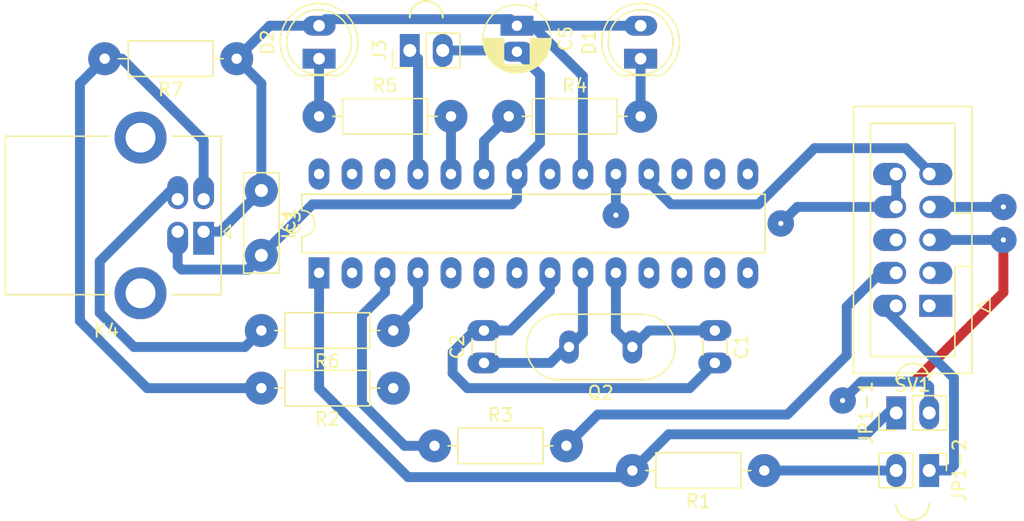
<source format=kicad_pcb>
(kicad_pcb (version 20171130) (host pcbnew 5.1.9-73d0e3b20d~88~ubuntu20.04.1)

  (general
    (thickness 1.6)
    (drawings 0)
    (tracks 121)
    (zones 0)
    (modules 20)
    (nets 33)
  )

  (page A4)
  (layers
    (0 F.Cu signal)
    (31 B.Cu signal)
    (32 B.Adhes user)
    (33 F.Adhes user)
    (34 B.Paste user)
    (35 F.Paste user)
    (36 B.SilkS user)
    (37 F.SilkS user)
    (38 B.Mask user)
    (39 F.Mask user)
    (40 Dwgs.User user)
    (41 Cmts.User user)
    (42 Eco1.User user)
    (43 Eco2.User user)
    (44 Edge.Cuts user)
    (45 Margin user)
    (46 B.CrtYd user)
    (47 F.CrtYd user)
    (48 B.Fab user)
    (49 F.Fab user)
  )

  (setup
    (last_trace_width 0.762)
    (trace_clearance 0.762)
    (zone_clearance 0.508)
    (zone_45_only no)
    (trace_min 0.2)
    (via_size 2.032)
    (via_drill 0.4)
    (via_min_size 0.4)
    (via_min_drill 0.3)
    (uvia_size 0.3)
    (uvia_drill 0.1)
    (uvias_allowed no)
    (uvia_min_size 0.2)
    (uvia_min_drill 0.1)
    (edge_width 0.05)
    (segment_width 0.2)
    (pcb_text_width 0.3)
    (pcb_text_size 1.5 1.5)
    (mod_edge_width 0.12)
    (mod_text_size 1 1)
    (mod_text_width 0.15)
    (pad_size 1.524 1.524)
    (pad_drill 0.762)
    (pad_to_mask_clearance 0)
    (aux_axis_origin 0 0)
    (visible_elements FFFFFF7F)
    (pcbplotparams
      (layerselection 0x010fc_ffffffff)
      (usegerberextensions false)
      (usegerberattributes true)
      (usegerberadvancedattributes true)
      (creategerberjobfile true)
      (excludeedgelayer true)
      (linewidth 0.100000)
      (plotframeref false)
      (viasonmask false)
      (mode 1)
      (useauxorigin false)
      (hpglpennumber 1)
      (hpglpenspeed 20)
      (hpglpendiameter 15.000000)
      (psnegative false)
      (psa4output false)
      (plotreference true)
      (plotvalue true)
      (plotinvisibletext false)
      (padsonsilk false)
      (subtractmaskfromsilk false)
      (outputformat 1)
      (mirror false)
      (drillshape 1)
      (scaleselection 1)
      (outputdirectory ""))
  )

  (net 0 "")
  (net 1 GND)
  (net 2 +5V)
  (net 3 XTAL2)
  (net 4 XTAL1)
  (net 5 RedLED)
  (net 6 GreenLED)
  (net 7 "Net-(IC1-Pad28)")
  (net 8 "Net-(IC1-Pad14)")
  (net 9 "Net-(IC1-Pad27)")
  (net 10 "Net-(IC1-Pad13)")
  (net 11 "Net-(IC1-Pad26)")
  (net 12 "Net-(IC1-Pad12)")
  (net 13 "Net-(IC1-Pad25)")
  (net 14 "Net-(IC1-Pad11)")
  (net 15 "Net-(IC1-Pad21)")
  (net 16 "Net-(IC1-Pad6)")
  (net 17 "Net-(IC1-Pad19)")
  (net 18 "Net-(IC1-Pad5)")
  (net 19 "Net-(IC1-Pad18)")
  (net 20 "Net-(IC1-Pad15)")
  (net 21 "Net-(IC1-Pad17)")
  (net 22 "Net-(IC1-Pad3)")
  (net 23 "Net-(IC1-Pad16)")
  (net 24 "Net-(IC1-Pad2)")
  (net 25 "Net-(IC1-Pad1)")
  (net 26 "Net-(JP1-2-Pad1)")
  (net 27 "Net-(K4-Pad3)")
  (net 28 "Net-(K4-Pad2)")
  (net 29 "Net-(R3-Pad2)")
  (net 30 "Net-(SV1-Pad3)")
  (net 31 "Net-(D1-Pad1)")
  (net 32 "Net-(D2-Pad1)")

  (net_class Default "This is the default net class."
    (clearance 0.762)
    (trace_width 0.762)
    (via_dia 2.032)
    (via_drill 0.4)
    (uvia_dia 0.3)
    (uvia_drill 0.1)
    (add_net +5V)
    (add_net GND)
    (add_net GreenLED)
    (add_net "Net-(D1-Pad1)")
    (add_net "Net-(D2-Pad1)")
    (add_net "Net-(IC1-Pad1)")
    (add_net "Net-(IC1-Pad11)")
    (add_net "Net-(IC1-Pad12)")
    (add_net "Net-(IC1-Pad13)")
    (add_net "Net-(IC1-Pad14)")
    (add_net "Net-(IC1-Pad15)")
    (add_net "Net-(IC1-Pad16)")
    (add_net "Net-(IC1-Pad17)")
    (add_net "Net-(IC1-Pad18)")
    (add_net "Net-(IC1-Pad19)")
    (add_net "Net-(IC1-Pad2)")
    (add_net "Net-(IC1-Pad21)")
    (add_net "Net-(IC1-Pad25)")
    (add_net "Net-(IC1-Pad26)")
    (add_net "Net-(IC1-Pad27)")
    (add_net "Net-(IC1-Pad28)")
    (add_net "Net-(IC1-Pad3)")
    (add_net "Net-(IC1-Pad5)")
    (add_net "Net-(IC1-Pad6)")
    (add_net "Net-(JP1-2-Pad1)")
    (add_net "Net-(K4-Pad2)")
    (add_net "Net-(K4-Pad3)")
    (add_net "Net-(R3-Pad2)")
    (add_net "Net-(SV1-Pad3)")
    (add_net RedLED)
    (add_net XTAL1)
    (add_net XTAL2)
  )

  (module My_Misc:IDC-Header_2x05_P2.54mm_Vertical_large (layer F.Cu) (tedit 6025B3F3) (tstamp 6026A77E)
    (at 154.305 86.995 180)
    (descr "Through hole IDC box header, 2x05, 2.54mm pitch, DIN 41651 / IEC 60603-13, double rows, https://docs.google.com/spreadsheets/d/16SsEcesNF15N3Lb4niX7dcUr-NY5_MFPQhobNuNppn4/edit#gid=0")
    (tags "Through hole vertical IDC box header THT 2x05 2.54mm double row")
    (path /6027CBC7)
    (fp_text reference SV1 (at 1.27 -6.1) (layer F.SilkS)
      (effects (font (size 1 1) (thickness 0.15)))
    )
    (fp_text value Conn_02x05_Odd_Even (at 1.27 16.26) (layer F.Fab)
      (effects (font (size 1 1) (thickness 0.15)))
    )
    (fp_text user %R (at 1.27 5.08 90) (layer F.Fab)
      (effects (font (size 1 1) (thickness 0.15)))
    )
    (fp_line (start 6.22 -5.6) (end -3.68 -5.6) (layer F.CrtYd) (width 0.05))
    (fp_line (start 6.22 15.76) (end 6.22 -5.6) (layer F.CrtYd) (width 0.05))
    (fp_line (start -3.68 15.76) (end 6.22 15.76) (layer F.CrtYd) (width 0.05))
    (fp_line (start -3.68 -5.6) (end -3.68 15.76) (layer F.CrtYd) (width 0.05))
    (fp_line (start -4.68 0.5) (end -3.68 0) (layer F.SilkS) (width 0.12))
    (fp_line (start -4.68 -0.5) (end -4.68 0.5) (layer F.SilkS) (width 0.12))
    (fp_line (start -3.68 0) (end -4.68 -0.5) (layer F.SilkS) (width 0.12))
    (fp_line (start -1.98 7.13) (end -3.29 7.13) (layer F.SilkS) (width 0.12))
    (fp_line (start -1.98 7.13) (end -1.98 7.13) (layer F.SilkS) (width 0.12))
    (fp_line (start -1.98 14.07) (end -1.98 7.13) (layer F.SilkS) (width 0.12))
    (fp_line (start 4.52 14.07) (end -1.98 14.07) (layer F.SilkS) (width 0.12))
    (fp_line (start 4.52 -3.91) (end 4.52 14.07) (layer F.SilkS) (width 0.12))
    (fp_line (start -1.98 -3.91) (end 4.52 -3.91) (layer F.SilkS) (width 0.12))
    (fp_line (start -1.98 3.03) (end -1.98 -3.91) (layer F.SilkS) (width 0.12))
    (fp_line (start -3.29 3.03) (end -1.98 3.03) (layer F.SilkS) (width 0.12))
    (fp_line (start -3.29 15.37) (end -3.29 -5.21) (layer F.SilkS) (width 0.12))
    (fp_line (start 5.83 15.37) (end -3.29 15.37) (layer F.SilkS) (width 0.12))
    (fp_line (start 5.83 -5.21) (end 5.83 15.37) (layer F.SilkS) (width 0.12))
    (fp_line (start -3.29 -5.21) (end 5.83 -5.21) (layer F.SilkS) (width 0.12))
    (fp_line (start -1.98 7.13) (end -3.18 7.13) (layer F.Fab) (width 0.1))
    (fp_line (start -1.98 7.13) (end -1.98 7.13) (layer F.Fab) (width 0.1))
    (fp_line (start -1.98 14.07) (end -1.98 7.13) (layer F.Fab) (width 0.1))
    (fp_line (start 4.52 14.07) (end -1.98 14.07) (layer F.Fab) (width 0.1))
    (fp_line (start 4.52 -3.91) (end 4.52 14.07) (layer F.Fab) (width 0.1))
    (fp_line (start -1.98 -3.91) (end 4.52 -3.91) (layer F.Fab) (width 0.1))
    (fp_line (start -1.98 3.03) (end -1.98 -3.91) (layer F.Fab) (width 0.1))
    (fp_line (start -3.18 3.03) (end -1.98 3.03) (layer F.Fab) (width 0.1))
    (fp_line (start -3.18 15.26) (end -3.18 -4.1) (layer F.Fab) (width 0.1))
    (fp_line (start 5.72 15.26) (end -3.18 15.26) (layer F.Fab) (width 0.1))
    (fp_line (start 5.72 -5.1) (end 5.72 15.26) (layer F.Fab) (width 0.1))
    (fp_line (start -2.18 -5.1) (end 5.72 -5.1) (layer F.Fab) (width 0.1))
    (fp_line (start -3.18 -4.1) (end -2.18 -5.1) (layer F.Fab) (width 0.1))
    (pad 10 thru_hole oval (at 2.54 10.16 180) (size 2.54 1.7) (drill 1 (offset 0.508 0)) (layers *.Cu *.Mask)
      (net 1 GND))
    (pad 8 thru_hole oval (at 2.54 7.62 180) (size 2.54 1.7) (drill 1 (offset 0.508 0)) (layers *.Cu *.Mask)
      (net 1 GND))
    (pad 6 thru_hole oval (at 2.54 5.08 180) (size 2.54 1.7) (drill 1 (offset 0.508 0)) (layers *.Cu *.Mask)
      (net 24 "Net-(IC1-Pad2)"))
    (pad 4 thru_hole oval (at 2.54 2.54 180) (size 2.54 1.7) (drill 1 (offset 0.508 0)) (layers *.Cu *.Mask)
      (net 29 "Net-(R3-Pad2)"))
    (pad 2 thru_hole oval (at 2.54 0 180) (size 2.54 1.7) (drill 1 (offset 0.508 0)) (layers *.Cu *.Mask)
      (net 26 "Net-(JP1-2-Pad1)"))
    (pad 9 thru_hole oval (at 0 10.16 180) (size 2.54 1.7) (drill 1 (offset -0.508 0)) (layers *.Cu *.Mask)
      (net 19 "Net-(IC1-Pad18)"))
    (pad 7 thru_hole oval (at 0 7.62 180) (size 2.54 1.7) (drill 1 (offset -0.508 0)) (layers *.Cu *.Mask)
      (net 17 "Net-(IC1-Pad19)"))
    (pad 5 thru_hole oval (at 0 5.08 180) (size 2.54 1.7) (drill 1 (offset -0.508 0)) (layers *.Cu *.Mask)
      (net 23 "Net-(IC1-Pad16)"))
    (pad 3 thru_hole oval (at 0 2.54 180) (size 2.54 1.7) (drill 1 (offset -0.508 0)) (layers *.Cu *.Mask)
      (net 30 "Net-(SV1-Pad3)"))
    (pad 1 thru_hole rect (at 0 0 180) (size 2.54 1.7) (drill 1 (offset -0.508 0)) (layers *.Cu *.Mask)
      (net 21 "Net-(IC1-Pad17)"))
    (model ${KISYS3DMOD}/Connector_IDC.3dshapes/IDC-Header_2x05_P2.54mm_Vertical.wrl
      (at (xyz 0 0 0))
      (scale (xyz 1 1 1))
      (rotate (xyz 0 0 0))
    )
  )

  (module My_Misc:R_Axial_DIN0207_L6.3mm_D2.5mm_P10.16mm_Horizontal_larger_pads (layer F.Cu) (tedit 60218B49) (tstamp 6026A74F)
    (at 100.965 67.945 180)
    (descr "Resistor, Axial_DIN0207 series, Axial, Horizontal, pin pitch=10.16mm, 0.25W = 1/4W, length*diameter=6.3*2.5mm^2, http://cdn-reichelt.de/documents/datenblatt/B400/1_4W%23YAG.pdf")
    (tags "Resistor Axial_DIN0207 series Axial Horizontal pin pitch 10.16mm 0.25W = 1/4W length 6.3mm diameter 2.5mm")
    (path /60305580)
    (fp_text reference R7 (at 5.08 -2.37) (layer F.SilkS)
      (effects (font (size 1 1) (thickness 0.15)))
    )
    (fp_text value 1k5 (at 5.08 2.37) (layer F.Fab) hide
      (effects (font (size 1 1) (thickness 0.15)))
    )
    (fp_text user %R (at 5.08 0) (layer F.Fab)
      (effects (font (size 1 1) (thickness 0.15)))
    )
    (fp_line (start 11.21 -1.5) (end -1.05 -1.5) (layer F.CrtYd) (width 0.05))
    (fp_line (start 11.21 1.5) (end 11.21 -1.5) (layer F.CrtYd) (width 0.05))
    (fp_line (start -1.05 1.5) (end 11.21 1.5) (layer F.CrtYd) (width 0.05))
    (fp_line (start -1.05 -1.5) (end -1.05 1.5) (layer F.CrtYd) (width 0.05))
    (fp_line (start 9.12 0) (end 8.35 0) (layer F.SilkS) (width 0.12))
    (fp_line (start 1.04 0) (end 1.81 0) (layer F.SilkS) (width 0.12))
    (fp_line (start 8.35 -1.37) (end 1.81 -1.37) (layer F.SilkS) (width 0.12))
    (fp_line (start 8.35 1.37) (end 8.35 -1.37) (layer F.SilkS) (width 0.12))
    (fp_line (start 1.81 1.37) (end 8.35 1.37) (layer F.SilkS) (width 0.12))
    (fp_line (start 1.81 -1.37) (end 1.81 1.37) (layer F.SilkS) (width 0.12))
    (fp_line (start 10.16 0) (end 8.23 0) (layer F.Fab) (width 0.1))
    (fp_line (start 0 0) (end 1.93 0) (layer F.Fab) (width 0.1))
    (fp_line (start 8.23 -1.25) (end 1.93 -1.25) (layer F.Fab) (width 0.1))
    (fp_line (start 8.23 1.25) (end 8.23 -1.25) (layer F.Fab) (width 0.1))
    (fp_line (start 1.93 1.25) (end 8.23 1.25) (layer F.Fab) (width 0.1))
    (fp_line (start 1.93 -1.25) (end 1.93 1.25) (layer F.Fab) (width 0.1))
    (pad 2 thru_hole circle (at 10.16 0 180) (size 2.54 2.54) (drill 0.8) (layers *.Cu *.Mask)
      (net 28 "Net-(K4-Pad2)"))
    (pad 1 thru_hole circle (at 0 0 180) (size 2.54 2.54) (drill 0.8) (layers *.Cu *.Mask)
      (net 2 +5V))
    (model ${KISYS3DMOD}/Resistor_THT.3dshapes/R_Axial_DIN0207_L6.3mm_D2.5mm_P10.16mm_Horizontal.wrl
      (at (xyz 0 0 0))
      (scale (xyz 1 1 1))
      (rotate (xyz 0 0 0))
    )
  )

  (module My_Misc:R_Axial_DIN0207_L6.3mm_D2.5mm_P10.16mm_Horizontal_larger_pads (layer F.Cu) (tedit 60218B49) (tstamp 6026A738)
    (at 113.03 88.9 180)
    (descr "Resistor, Axial_DIN0207 series, Axial, Horizontal, pin pitch=10.16mm, 0.25W = 1/4W, length*diameter=6.3*2.5mm^2, http://cdn-reichelt.de/documents/datenblatt/B400/1_4W%23YAG.pdf")
    (tags "Resistor Axial_DIN0207 series Axial Horizontal pin pitch 10.16mm 0.25W = 1/4W length 6.3mm diameter 2.5mm")
    (path /602F910F)
    (fp_text reference R6 (at 5.08 -2.37) (layer F.SilkS)
      (effects (font (size 1 1) (thickness 0.15)))
    )
    (fp_text value 68R (at 5.08 2.37) (layer F.Fab) hide
      (effects (font (size 1 1) (thickness 0.15)))
    )
    (fp_text user %R (at 5.08 0) (layer F.Fab)
      (effects (font (size 1 1) (thickness 0.15)))
    )
    (fp_line (start 11.21 -1.5) (end -1.05 -1.5) (layer F.CrtYd) (width 0.05))
    (fp_line (start 11.21 1.5) (end 11.21 -1.5) (layer F.CrtYd) (width 0.05))
    (fp_line (start -1.05 1.5) (end 11.21 1.5) (layer F.CrtYd) (width 0.05))
    (fp_line (start -1.05 -1.5) (end -1.05 1.5) (layer F.CrtYd) (width 0.05))
    (fp_line (start 9.12 0) (end 8.35 0) (layer F.SilkS) (width 0.12))
    (fp_line (start 1.04 0) (end 1.81 0) (layer F.SilkS) (width 0.12))
    (fp_line (start 8.35 -1.37) (end 1.81 -1.37) (layer F.SilkS) (width 0.12))
    (fp_line (start 8.35 1.37) (end 8.35 -1.37) (layer F.SilkS) (width 0.12))
    (fp_line (start 1.81 1.37) (end 8.35 1.37) (layer F.SilkS) (width 0.12))
    (fp_line (start 1.81 -1.37) (end 1.81 1.37) (layer F.SilkS) (width 0.12))
    (fp_line (start 10.16 0) (end 8.23 0) (layer F.Fab) (width 0.1))
    (fp_line (start 0 0) (end 1.93 0) (layer F.Fab) (width 0.1))
    (fp_line (start 8.23 -1.25) (end 1.93 -1.25) (layer F.Fab) (width 0.1))
    (fp_line (start 8.23 1.25) (end 8.23 -1.25) (layer F.Fab) (width 0.1))
    (fp_line (start 1.93 1.25) (end 8.23 1.25) (layer F.Fab) (width 0.1))
    (fp_line (start 1.93 -1.25) (end 1.93 1.25) (layer F.Fab) (width 0.1))
    (pad 2 thru_hole circle (at 10.16 0 180) (size 2.54 2.54) (drill 0.8) (layers *.Cu *.Mask)
      (net 27 "Net-(K4-Pad3)"))
    (pad 1 thru_hole circle (at 0 0 180) (size 2.54 2.54) (drill 0.8) (layers *.Cu *.Mask)
      (net 20 "Net-(IC1-Pad15)"))
    (model ${KISYS3DMOD}/Resistor_THT.3dshapes/R_Axial_DIN0207_L6.3mm_D2.5mm_P10.16mm_Horizontal.wrl
      (at (xyz 0 0 0))
      (scale (xyz 1 1 1))
      (rotate (xyz 0 0 0))
    )
  )

  (module My_Misc:R_Axial_DIN0207_L6.3mm_D2.5mm_P10.16mm_Horizontal_larger_pads (layer F.Cu) (tedit 60218B49) (tstamp 6026A721)
    (at 107.315 72.39)
    (descr "Resistor, Axial_DIN0207 series, Axial, Horizontal, pin pitch=10.16mm, 0.25W = 1/4W, length*diameter=6.3*2.5mm^2, http://cdn-reichelt.de/documents/datenblatt/B400/1_4W%23YAG.pdf")
    (tags "Resistor Axial_DIN0207 series Axial Horizontal pin pitch 10.16mm 0.25W = 1/4W length 6.3mm diameter 2.5mm")
    (path /6026C83F)
    (fp_text reference R5 (at 5.08 -2.37) (layer F.SilkS)
      (effects (font (size 1 1) (thickness 0.15)))
    )
    (fp_text value 390R (at 5.08 2.37) (layer F.Fab) hide
      (effects (font (size 1 1) (thickness 0.15)))
    )
    (fp_text user %R (at 5.08 0) (layer F.Fab)
      (effects (font (size 1 1) (thickness 0.15)))
    )
    (fp_line (start 11.21 -1.5) (end -1.05 -1.5) (layer F.CrtYd) (width 0.05))
    (fp_line (start 11.21 1.5) (end 11.21 -1.5) (layer F.CrtYd) (width 0.05))
    (fp_line (start -1.05 1.5) (end 11.21 1.5) (layer F.CrtYd) (width 0.05))
    (fp_line (start -1.05 -1.5) (end -1.05 1.5) (layer F.CrtYd) (width 0.05))
    (fp_line (start 9.12 0) (end 8.35 0) (layer F.SilkS) (width 0.12))
    (fp_line (start 1.04 0) (end 1.81 0) (layer F.SilkS) (width 0.12))
    (fp_line (start 8.35 -1.37) (end 1.81 -1.37) (layer F.SilkS) (width 0.12))
    (fp_line (start 8.35 1.37) (end 8.35 -1.37) (layer F.SilkS) (width 0.12))
    (fp_line (start 1.81 1.37) (end 8.35 1.37) (layer F.SilkS) (width 0.12))
    (fp_line (start 1.81 -1.37) (end 1.81 1.37) (layer F.SilkS) (width 0.12))
    (fp_line (start 10.16 0) (end 8.23 0) (layer F.Fab) (width 0.1))
    (fp_line (start 0 0) (end 1.93 0) (layer F.Fab) (width 0.1))
    (fp_line (start 8.23 -1.25) (end 1.93 -1.25) (layer F.Fab) (width 0.1))
    (fp_line (start 8.23 1.25) (end 8.23 -1.25) (layer F.Fab) (width 0.1))
    (fp_line (start 1.93 1.25) (end 8.23 1.25) (layer F.Fab) (width 0.1))
    (fp_line (start 1.93 -1.25) (end 1.93 1.25) (layer F.Fab) (width 0.1))
    (pad 2 thru_hole circle (at 10.16 0) (size 2.54 2.54) (drill 0.8) (layers *.Cu *.Mask)
      (net 6 GreenLED))
    (pad 1 thru_hole circle (at 0 0) (size 2.54 2.54) (drill 0.8) (layers *.Cu *.Mask)
      (net 32 "Net-(D2-Pad1)"))
    (model ${KISYS3DMOD}/Resistor_THT.3dshapes/R_Axial_DIN0207_L6.3mm_D2.5mm_P10.16mm_Horizontal.wrl
      (at (xyz 0 0 0))
      (scale (xyz 1 1 1))
      (rotate (xyz 0 0 0))
    )
  )

  (module My_Misc:R_Axial_DIN0207_L6.3mm_D2.5mm_P10.16mm_Horizontal_larger_pads (layer F.Cu) (tedit 60218B49) (tstamp 6026A70A)
    (at 121.92 72.39)
    (descr "Resistor, Axial_DIN0207 series, Axial, Horizontal, pin pitch=10.16mm, 0.25W = 1/4W, length*diameter=6.3*2.5mm^2, http://cdn-reichelt.de/documents/datenblatt/B400/1_4W%23YAG.pdf")
    (tags "Resistor Axial_DIN0207 series Axial Horizontal pin pitch 10.16mm 0.25W = 1/4W length 6.3mm diameter 2.5mm")
    (path /6026CE5F)
    (fp_text reference R4 (at 5.08 -2.37) (layer F.SilkS)
      (effects (font (size 1 1) (thickness 0.15)))
    )
    (fp_text value 390R (at 5.08 2.37) (layer F.Fab) hide
      (effects (font (size 1 1) (thickness 0.15)))
    )
    (fp_text user %R (at 5.08 0) (layer F.Fab)
      (effects (font (size 1 1) (thickness 0.15)))
    )
    (fp_line (start 11.21 -1.5) (end -1.05 -1.5) (layer F.CrtYd) (width 0.05))
    (fp_line (start 11.21 1.5) (end 11.21 -1.5) (layer F.CrtYd) (width 0.05))
    (fp_line (start -1.05 1.5) (end 11.21 1.5) (layer F.CrtYd) (width 0.05))
    (fp_line (start -1.05 -1.5) (end -1.05 1.5) (layer F.CrtYd) (width 0.05))
    (fp_line (start 9.12 0) (end 8.35 0) (layer F.SilkS) (width 0.12))
    (fp_line (start 1.04 0) (end 1.81 0) (layer F.SilkS) (width 0.12))
    (fp_line (start 8.35 -1.37) (end 1.81 -1.37) (layer F.SilkS) (width 0.12))
    (fp_line (start 8.35 1.37) (end 8.35 -1.37) (layer F.SilkS) (width 0.12))
    (fp_line (start 1.81 1.37) (end 8.35 1.37) (layer F.SilkS) (width 0.12))
    (fp_line (start 1.81 -1.37) (end 1.81 1.37) (layer F.SilkS) (width 0.12))
    (fp_line (start 10.16 0) (end 8.23 0) (layer F.Fab) (width 0.1))
    (fp_line (start 0 0) (end 1.93 0) (layer F.Fab) (width 0.1))
    (fp_line (start 8.23 -1.25) (end 1.93 -1.25) (layer F.Fab) (width 0.1))
    (fp_line (start 8.23 1.25) (end 8.23 -1.25) (layer F.Fab) (width 0.1))
    (fp_line (start 1.93 1.25) (end 8.23 1.25) (layer F.Fab) (width 0.1))
    (fp_line (start 1.93 -1.25) (end 1.93 1.25) (layer F.Fab) (width 0.1))
    (pad 2 thru_hole circle (at 10.16 0) (size 2.54 2.54) (drill 0.8) (layers *.Cu *.Mask)
      (net 31 "Net-(D1-Pad1)"))
    (pad 1 thru_hole circle (at 0 0) (size 2.54 2.54) (drill 0.8) (layers *.Cu *.Mask)
      (net 5 RedLED))
    (model ${KISYS3DMOD}/Resistor_THT.3dshapes/R_Axial_DIN0207_L6.3mm_D2.5mm_P10.16mm_Horizontal.wrl
      (at (xyz 0 0 0))
      (scale (xyz 1 1 1))
      (rotate (xyz 0 0 0))
    )
  )

  (module My_Misc:R_Axial_DIN0207_L6.3mm_D2.5mm_P10.16mm_Horizontal_larger_pads (layer F.Cu) (tedit 60218B49) (tstamp 6026A6F3)
    (at 116.205 97.79)
    (descr "Resistor, Axial_DIN0207 series, Axial, Horizontal, pin pitch=10.16mm, 0.25W = 1/4W, length*diameter=6.3*2.5mm^2, http://cdn-reichelt.de/documents/datenblatt/B400/1_4W%23YAG.pdf")
    (tags "Resistor Axial_DIN0207 series Axial Horizontal pin pitch 10.16mm 0.25W = 1/4W length 6.3mm diameter 2.5mm")
    (path /60287479)
    (fp_text reference R3 (at 5.08 -2.37) (layer F.SilkS)
      (effects (font (size 1 1) (thickness 0.15)))
    )
    (fp_text value 270R (at 5.08 2.37) (layer F.Fab) hide
      (effects (font (size 1 1) (thickness 0.15)))
    )
    (fp_text user %R (at 5.08 0) (layer F.Fab)
      (effects (font (size 1 1) (thickness 0.15)))
    )
    (fp_line (start 11.21 -1.5) (end -1.05 -1.5) (layer F.CrtYd) (width 0.05))
    (fp_line (start 11.21 1.5) (end 11.21 -1.5) (layer F.CrtYd) (width 0.05))
    (fp_line (start -1.05 1.5) (end 11.21 1.5) (layer F.CrtYd) (width 0.05))
    (fp_line (start -1.05 -1.5) (end -1.05 1.5) (layer F.CrtYd) (width 0.05))
    (fp_line (start 9.12 0) (end 8.35 0) (layer F.SilkS) (width 0.12))
    (fp_line (start 1.04 0) (end 1.81 0) (layer F.SilkS) (width 0.12))
    (fp_line (start 8.35 -1.37) (end 1.81 -1.37) (layer F.SilkS) (width 0.12))
    (fp_line (start 8.35 1.37) (end 8.35 -1.37) (layer F.SilkS) (width 0.12))
    (fp_line (start 1.81 1.37) (end 8.35 1.37) (layer F.SilkS) (width 0.12))
    (fp_line (start 1.81 -1.37) (end 1.81 1.37) (layer F.SilkS) (width 0.12))
    (fp_line (start 10.16 0) (end 8.23 0) (layer F.Fab) (width 0.1))
    (fp_line (start 0 0) (end 1.93 0) (layer F.Fab) (width 0.1))
    (fp_line (start 8.23 -1.25) (end 1.93 -1.25) (layer F.Fab) (width 0.1))
    (fp_line (start 8.23 1.25) (end 8.23 -1.25) (layer F.Fab) (width 0.1))
    (fp_line (start 1.93 1.25) (end 8.23 1.25) (layer F.Fab) (width 0.1))
    (fp_line (start 1.93 -1.25) (end 1.93 1.25) (layer F.Fab) (width 0.1))
    (pad 2 thru_hole circle (at 10.16 0) (size 2.54 2.54) (drill 0.8) (layers *.Cu *.Mask)
      (net 29 "Net-(R3-Pad2)"))
    (pad 1 thru_hole circle (at 0 0) (size 2.54 2.54) (drill 0.8) (layers *.Cu *.Mask)
      (net 22 "Net-(IC1-Pad3)"))
    (model ${KISYS3DMOD}/Resistor_THT.3dshapes/R_Axial_DIN0207_L6.3mm_D2.5mm_P10.16mm_Horizontal.wrl
      (at (xyz 0 0 0))
      (scale (xyz 1 1 1))
      (rotate (xyz 0 0 0))
    )
  )

  (module My_Misc:R_Axial_DIN0207_L6.3mm_D2.5mm_P10.16mm_Horizontal_larger_pads (layer F.Cu) (tedit 60218B49) (tstamp 6026A6DC)
    (at 113.03 93.345 180)
    (descr "Resistor, Axial_DIN0207 series, Axial, Horizontal, pin pitch=10.16mm, 0.25W = 1/4W, length*diameter=6.3*2.5mm^2, http://cdn-reichelt.de/documents/datenblatt/B400/1_4W%23YAG.pdf")
    (tags "Resistor Axial_DIN0207 series Axial Horizontal pin pitch 10.16mm 0.25W = 1/4W length 6.3mm diameter 2.5mm")
    (path /602F860C)
    (fp_text reference R2 (at 5.08 -2.37) (layer F.SilkS)
      (effects (font (size 1 1) (thickness 0.15)))
    )
    (fp_text value 68R (at 5.08 2.37) (layer F.Fab) hide
      (effects (font (size 1 1) (thickness 0.15)))
    )
    (fp_text user %R (at 5.08 0) (layer F.Fab)
      (effects (font (size 1 1) (thickness 0.15)))
    )
    (fp_line (start 11.21 -1.5) (end -1.05 -1.5) (layer F.CrtYd) (width 0.05))
    (fp_line (start 11.21 1.5) (end 11.21 -1.5) (layer F.CrtYd) (width 0.05))
    (fp_line (start -1.05 1.5) (end 11.21 1.5) (layer F.CrtYd) (width 0.05))
    (fp_line (start -1.05 -1.5) (end -1.05 1.5) (layer F.CrtYd) (width 0.05))
    (fp_line (start 9.12 0) (end 8.35 0) (layer F.SilkS) (width 0.12))
    (fp_line (start 1.04 0) (end 1.81 0) (layer F.SilkS) (width 0.12))
    (fp_line (start 8.35 -1.37) (end 1.81 -1.37) (layer F.SilkS) (width 0.12))
    (fp_line (start 8.35 1.37) (end 8.35 -1.37) (layer F.SilkS) (width 0.12))
    (fp_line (start 1.81 1.37) (end 8.35 1.37) (layer F.SilkS) (width 0.12))
    (fp_line (start 1.81 -1.37) (end 1.81 1.37) (layer F.SilkS) (width 0.12))
    (fp_line (start 10.16 0) (end 8.23 0) (layer F.Fab) (width 0.1))
    (fp_line (start 0 0) (end 1.93 0) (layer F.Fab) (width 0.1))
    (fp_line (start 8.23 -1.25) (end 1.93 -1.25) (layer F.Fab) (width 0.1))
    (fp_line (start 8.23 1.25) (end 8.23 -1.25) (layer F.Fab) (width 0.1))
    (fp_line (start 1.93 1.25) (end 8.23 1.25) (layer F.Fab) (width 0.1))
    (fp_line (start 1.93 -1.25) (end 1.93 1.25) (layer F.Fab) (width 0.1))
    (pad 2 thru_hole circle (at 10.16 0 180) (size 2.54 2.54) (drill 0.8) (layers *.Cu *.Mask)
      (net 28 "Net-(K4-Pad2)"))
    (pad 1 thru_hole circle (at 0 0 180) (size 2.54 2.54) (drill 0.8) (layers *.Cu *.Mask)
      (net 8 "Net-(IC1-Pad14)"))
    (model ${KISYS3DMOD}/Resistor_THT.3dshapes/R_Axial_DIN0207_L6.3mm_D2.5mm_P10.16mm_Horizontal.wrl
      (at (xyz 0 0 0))
      (scale (xyz 1 1 1))
      (rotate (xyz 0 0 0))
    )
  )

  (module My_Misc:R_Axial_DIN0207_L6.3mm_D2.5mm_P10.16mm_Horizontal_larger_pads (layer F.Cu) (tedit 60218B49) (tstamp 6026A6C5)
    (at 141.605 99.695 180)
    (descr "Resistor, Axial_DIN0207 series, Axial, Horizontal, pin pitch=10.16mm, 0.25W = 1/4W, length*diameter=6.3*2.5mm^2, http://cdn-reichelt.de/documents/datenblatt/B400/1_4W%23YAG.pdf")
    (tags "Resistor Axial_DIN0207 series Axial Horizontal pin pitch 10.16mm 0.25W = 1/4W length 6.3mm diameter 2.5mm")
    (path /6026344B)
    (fp_text reference R1 (at 5.08 -2.37) (layer F.SilkS)
      (effects (font (size 1 1) (thickness 0.15)))
    )
    (fp_text value 10k (at 5.08 2.37) (layer F.Fab) hide
      (effects (font (size 1 1) (thickness 0.15)))
    )
    (fp_text user %R (at 5.08 0) (layer F.Fab)
      (effects (font (size 1 1) (thickness 0.15)))
    )
    (fp_line (start 11.21 -1.5) (end -1.05 -1.5) (layer F.CrtYd) (width 0.05))
    (fp_line (start 11.21 1.5) (end 11.21 -1.5) (layer F.CrtYd) (width 0.05))
    (fp_line (start -1.05 1.5) (end 11.21 1.5) (layer F.CrtYd) (width 0.05))
    (fp_line (start -1.05 -1.5) (end -1.05 1.5) (layer F.CrtYd) (width 0.05))
    (fp_line (start 9.12 0) (end 8.35 0) (layer F.SilkS) (width 0.12))
    (fp_line (start 1.04 0) (end 1.81 0) (layer F.SilkS) (width 0.12))
    (fp_line (start 8.35 -1.37) (end 1.81 -1.37) (layer F.SilkS) (width 0.12))
    (fp_line (start 8.35 1.37) (end 8.35 -1.37) (layer F.SilkS) (width 0.12))
    (fp_line (start 1.81 1.37) (end 8.35 1.37) (layer F.SilkS) (width 0.12))
    (fp_line (start 1.81 -1.37) (end 1.81 1.37) (layer F.SilkS) (width 0.12))
    (fp_line (start 10.16 0) (end 8.23 0) (layer F.Fab) (width 0.1))
    (fp_line (start 0 0) (end 1.93 0) (layer F.Fab) (width 0.1))
    (fp_line (start 8.23 -1.25) (end 1.93 -1.25) (layer F.Fab) (width 0.1))
    (fp_line (start 8.23 1.25) (end 8.23 -1.25) (layer F.Fab) (width 0.1))
    (fp_line (start 1.93 1.25) (end 8.23 1.25) (layer F.Fab) (width 0.1))
    (fp_line (start 1.93 -1.25) (end 1.93 1.25) (layer F.Fab) (width 0.1))
    (pad 2 thru_hole circle (at 10.16 0 180) (size 2.54 2.54) (drill 0.8) (layers *.Cu *.Mask)
      (net 25 "Net-(IC1-Pad1)"))
    (pad 1 thru_hole circle (at 0 0 180) (size 2.54 2.54) (drill 0.8) (layers *.Cu *.Mask)
      (net 2 +5V))
    (model ${KISYS3DMOD}/Resistor_THT.3dshapes/R_Axial_DIN0207_L6.3mm_D2.5mm_P10.16mm_Horizontal.wrl
      (at (xyz 0 0 0))
      (scale (xyz 1 1 1))
      (rotate (xyz 0 0 0))
    )
  )

  (module My_Misc:Crystal_HC49-4H_Vertical_large (layer F.Cu) (tedit 6025B471) (tstamp 6026A6AE)
    (at 131.445 90.17 180)
    (descr "Crystal THT HC-49-4H http://5hertz.com/pdfs/04404_D.pdf")
    (tags "THT crystalHC-49-4H")
    (path /6025C0F5)
    (fp_text reference Q2 (at 2.44 -3.525) (layer F.SilkS)
      (effects (font (size 1 1) (thickness 0.15)))
    )
    (fp_text value 12MHz (at 2.44 3.525) (layer F.Fab)
      (effects (font (size 1 1) (thickness 0.15)))
    )
    (fp_arc (start 5.64 0) (end 5.64 -2.525) (angle 180) (layer F.SilkS) (width 0.12))
    (fp_arc (start -0.76 0) (end -0.76 -2.525) (angle -180) (layer F.SilkS) (width 0.12))
    (fp_arc (start 5.44 0) (end 5.44 -2) (angle 180) (layer F.Fab) (width 0.1))
    (fp_arc (start -0.56 0) (end -0.56 -2) (angle -180) (layer F.Fab) (width 0.1))
    (fp_arc (start 5.64 0) (end 5.64 -2.325) (angle 180) (layer F.Fab) (width 0.1))
    (fp_arc (start -0.76 0) (end -0.76 -2.325) (angle -180) (layer F.Fab) (width 0.1))
    (fp_text user %R (at 2.44 0) (layer F.Fab)
      (effects (font (size 1 1) (thickness 0.15)))
    )
    (fp_line (start 8.5 -2.8) (end -3.6 -2.8) (layer F.CrtYd) (width 0.05))
    (fp_line (start 8.5 2.8) (end 8.5 -2.8) (layer F.CrtYd) (width 0.05))
    (fp_line (start -3.6 2.8) (end 8.5 2.8) (layer F.CrtYd) (width 0.05))
    (fp_line (start -3.6 -2.8) (end -3.6 2.8) (layer F.CrtYd) (width 0.05))
    (fp_line (start -0.76 2.525) (end 5.64 2.525) (layer F.SilkS) (width 0.12))
    (fp_line (start -0.76 -2.525) (end 5.64 -2.525) (layer F.SilkS) (width 0.12))
    (fp_line (start -0.56 2) (end 5.44 2) (layer F.Fab) (width 0.1))
    (fp_line (start -0.56 -2) (end 5.44 -2) (layer F.Fab) (width 0.1))
    (fp_line (start -0.76 2.325) (end 5.64 2.325) (layer F.Fab) (width 0.1))
    (fp_line (start -0.76 -2.325) (end 5.64 -2.325) (layer F.Fab) (width 0.1))
    (pad 2 thru_hole oval (at 4.88 0 180) (size 1.5 2.54) (drill 0.8) (layers *.Cu *.Mask)
      (net 4 XTAL1))
    (pad 1 thru_hole oval (at 0 0 180) (size 1.5 2.54) (drill 0.8) (layers *.Cu *.Mask)
      (net 3 XTAL2))
    (model ${KISYS3DMOD}/Crystal.3dshapes/Crystal_HC49-4H_Vertical.wrl
      (at (xyz 0 0 0))
      (scale (xyz 1 1 1))
      (rotate (xyz 0 0 0))
    )
  )

  (module My_Misc:USB_B_Lumberg_2411_02_Horizontal_large (layer F.Cu) (tedit 6025B340) (tstamp 6026A697)
    (at 98.425 81.28 180)
    (descr "USB 2.0 receptacle type B, horizontal version, through-hole, https://downloads.lumberg.com/datenblaetter/en/2411_02.pdf")
    (tags "USB B receptacle horizontal through-hole")
    (path /602F0369)
    (fp_text reference K4 (at 7.5 -7.65) (layer F.SilkS)
      (effects (font (size 1 1) (thickness 0.15)))
    )
    (fp_text value USB_A (at 7.05 10.45) (layer F.Fab)
      (effects (font (size 1 1) (thickness 0.15)))
    )
    (fp_text user %R (at 7.5 1.25 180) (layer F.Fab)
      (effects (font (size 1 1) (thickness 0.15)))
    )
    (fp_line (start -1.24 7.25) (end -1.24 -4.75) (layer F.Fab) (width 0.1))
    (fp_line (start -1.24 -4.75) (end 15.16 -4.75) (layer F.Fab) (width 0.1))
    (fp_line (start 15.16 -4.75) (end 15.16 7.25) (layer F.Fab) (width 0.1))
    (fp_line (start 15.16 7.25) (end -1.24 7.25) (layer F.Fab) (width 0.1))
    (fp_line (start -1.24 0.49) (end -0.75 0) (layer F.Fab) (width 0.1))
    (fp_line (start -0.75 0) (end -1.24 -0.49) (layer F.Fab) (width 0.1))
    (fp_line (start -1.35 7.36) (end -1.35 -4.86) (layer F.SilkS) (width 0.12))
    (fp_line (start -1.35 7.36) (end 2.4 7.36) (layer F.SilkS) (width 0.12))
    (fp_line (start -1.35 -4.86) (end 2.4 -4.86) (layer F.SilkS) (width 0.12))
    (fp_line (start 15.27 7.36) (end 15.27 -4.86) (layer F.SilkS) (width 0.12))
    (fp_line (start 15.27 -4.86) (end 7.3 -4.86) (layer F.SilkS) (width 0.12))
    (fp_line (start 15.27 7.36) (end 7.3 7.36) (layer F.SilkS) (width 0.12))
    (fp_line (start -1.55 0) (end -2.05 -0.5) (layer F.SilkS) (width 0.12))
    (fp_line (start -2.05 -0.5) (end -2.05 0.5) (layer F.SilkS) (width 0.12))
    (fp_line (start -2.05 0.5) (end -1.55 0) (layer F.SilkS) (width 0.12))
    (fp_line (start -1.74 9.75) (end 15.66 9.75) (layer F.CrtYd) (width 0.05))
    (fp_line (start 15.66 9.75) (end 15.66 -7.25) (layer F.CrtYd) (width 0.05))
    (fp_line (start 15.66 -7.25) (end -1.74 -7.25) (layer F.CrtYd) (width 0.05))
    (fp_line (start -1.74 -7.25) (end -1.74 9.75) (layer F.CrtYd) (width 0.05))
    (pad 5 thru_hole circle (at 4.86 -4.75 270) (size 4 4) (drill 2.3) (layers *.Cu *.Mask)
      (net 1 GND))
    (pad 5 thru_hole circle (at 4.86 7.25 270) (size 4 4) (drill 2.3) (layers *.Cu *.Mask)
      (net 1 GND))
    (pad 4 thru_hole oval (at 2 0 270) (size 2.54 1.6) (drill 0.95 (offset 0.508 0)) (layers *.Cu *.Mask)
      (net 1 GND))
    (pad 3 thru_hole oval (at 2 2.5 270) (size 2.54 1.6) (drill 0.95 (offset -0.508 0)) (layers *.Cu *.Mask)
      (net 27 "Net-(K4-Pad3)"))
    (pad 2 thru_hole oval (at 0 2.5 270) (size 2.54 1.6) (drill 0.95 (offset -0.508 0)) (layers *.Cu *.Mask)
      (net 28 "Net-(K4-Pad2)"))
    (pad 1 thru_hole rect (at 0 0 270) (size 2.54 1.6) (drill 0.95 (offset 0.508 0)) (layers *.Cu *.Mask)
      (net 2 +5V))
    (model ${KISYS3DMOD}/Connector_USB.3dshapes/USB_B_Lumberg_2411_02_Horizontal.wrl
      (at (xyz 0 0 0))
      (scale (xyz 1 1 1))
      (rotate (xyz 0 0 0))
    )
  )

  (module My_Parts:Jumper_1x02_P2.54mm_large (layer F.Cu) (tedit 6021ACEE) (tstamp 6026A679)
    (at 154.305 99.695 270)
    (descr "Through hole straight pin header, 1x02, 2.54mm pitch, single row")
    (tags "Through hole pin header THT 1x02 2.54mm single row")
    (path /6028B1A1)
    (fp_text reference JP1-2 (at 0 -2.33 90) (layer F.SilkS)
      (effects (font (size 1 1) (thickness 0.15)))
    )
    (fp_text value Jumper_2_Open (at 0 4.87 90) (layer F.Fab) hide
      (effects (font (size 1 1) (thickness 0.15)))
    )
    (fp_arc (start 2.54 1.27) (end 2.54 2.54) (angle -180) (layer F.SilkS) (width 0.15))
    (fp_text user %R (at 0 1.27) (layer F.Fab)
      (effects (font (size 1 1) (thickness 0.15)))
    )
    (fp_line (start -0.635 -1.27) (end 1.27 -1.27) (layer F.Fab) (width 0.1))
    (fp_line (start 1.27 -1.27) (end 1.27 3.81) (layer F.Fab) (width 0.1))
    (fp_line (start 1.27 3.81) (end -1.27 3.81) (layer F.Fab) (width 0.1))
    (fp_line (start -1.27 3.81) (end -1.27 -0.635) (layer F.Fab) (width 0.1))
    (fp_line (start -1.27 -0.635) (end -0.635 -1.27) (layer F.Fab) (width 0.1))
    (fp_line (start -1.33 3.87) (end 1.33 3.87) (layer F.SilkS) (width 0.12))
    (fp_line (start -1.33 1.27) (end -1.33 3.87) (layer F.SilkS) (width 0.12))
    (fp_line (start 1.33 1.27) (end 1.33 3.87) (layer F.SilkS) (width 0.12))
    (fp_line (start -1.33 1.27) (end 1.33 1.27) (layer F.SilkS) (width 0.12))
    (fp_line (start -1.33 0) (end -1.33 -1.33) (layer F.SilkS) (width 0.12))
    (fp_line (start -1.33 -1.33) (end 0 -1.33) (layer F.SilkS) (width 0.12))
    (fp_line (start -1.8 -1.8) (end -1.8 4.35) (layer F.CrtYd) (width 0.05))
    (fp_line (start -1.8 4.35) (end 1.8 4.35) (layer F.CrtYd) (width 0.05))
    (fp_line (start 1.8 4.35) (end 1.8 -1.8) (layer F.CrtYd) (width 0.05))
    (fp_line (start 1.8 -1.8) (end -1.8 -1.8) (layer F.CrtYd) (width 0.05))
    (pad 2 thru_hole oval (at 0 2.54 270) (size 2.54 1.524) (drill 1) (layers *.Cu *.Mask)
      (net 2 +5V))
    (pad 1 thru_hole rect (at 0 0 270) (size 2.54 1.524) (drill 1) (layers *.Cu *.Mask)
      (net 26 "Net-(JP1-2-Pad1)"))
    (model ${KISYS3DMOD}/Connector_PinHeader_2.54mm.3dshapes/PinHeader_1x02_P2.54mm_Vertical.wrl
      (at (xyz 0 0 0))
      (scale (xyz 1 1 1))
      (rotate (xyz 0 0 0))
    )
  )

  (module My_Parts:Jumper_1x02_P2.54mm_large (layer F.Cu) (tedit 6021ACEE) (tstamp 6026A662)
    (at 151.765 95.25 90)
    (descr "Through hole straight pin header, 1x02, 2.54mm pitch, single row")
    (tags "Through hole pin header THT 1x02 2.54mm single row")
    (path /602C0B26)
    (fp_text reference JP1-1 (at 0 -2.33 90) (layer F.SilkS)
      (effects (font (size 1 1) (thickness 0.15)))
    )
    (fp_text value Jumper_2_Bridged (at 0 4.87 90) (layer F.Fab) hide
      (effects (font (size 1 1) (thickness 0.15)))
    )
    (fp_arc (start 2.54 1.27) (end 2.54 2.54) (angle -180) (layer F.SilkS) (width 0.15))
    (fp_text user %R (at 2.54 -8.89) (layer F.Fab)
      (effects (font (size 1 1) (thickness 0.15)))
    )
    (fp_line (start -0.635 -1.27) (end 1.27 -1.27) (layer F.Fab) (width 0.1))
    (fp_line (start 1.27 -1.27) (end 1.27 3.81) (layer F.Fab) (width 0.1))
    (fp_line (start 1.27 3.81) (end -1.27 3.81) (layer F.Fab) (width 0.1))
    (fp_line (start -1.27 3.81) (end -1.27 -0.635) (layer F.Fab) (width 0.1))
    (fp_line (start -1.27 -0.635) (end -0.635 -1.27) (layer F.Fab) (width 0.1))
    (fp_line (start -1.33 3.87) (end 1.33 3.87) (layer F.SilkS) (width 0.12))
    (fp_line (start -1.33 1.27) (end -1.33 3.87) (layer F.SilkS) (width 0.12))
    (fp_line (start 1.33 1.27) (end 1.33 3.87) (layer F.SilkS) (width 0.12))
    (fp_line (start -1.33 1.27) (end 1.33 1.27) (layer F.SilkS) (width 0.12))
    (fp_line (start -1.33 0) (end -1.33 -1.33) (layer F.SilkS) (width 0.12))
    (fp_line (start -1.33 -1.33) (end 0 -1.33) (layer F.SilkS) (width 0.12))
    (fp_line (start -1.8 -1.8) (end -1.8 4.35) (layer F.CrtYd) (width 0.05))
    (fp_line (start -1.8 4.35) (end 1.8 4.35) (layer F.CrtYd) (width 0.05))
    (fp_line (start 1.8 4.35) (end 1.8 -1.8) (layer F.CrtYd) (width 0.05))
    (fp_line (start 1.8 -1.8) (end -1.8 -1.8) (layer F.CrtYd) (width 0.05))
    (pad 2 thru_hole oval (at 0 2.54 90) (size 2.54 1.524) (drill 1) (layers *.Cu *.Mask)
      (net 23 "Net-(IC1-Pad16)"))
    (pad 1 thru_hole rect (at 0 0 90) (size 2.54 1.524) (drill 1) (layers *.Cu *.Mask)
      (net 25 "Net-(IC1-Pad1)"))
    (model ${KISYS3DMOD}/Connector_PinHeader_2.54mm.3dshapes/PinHeader_1x02_P2.54mm_Vertical.wrl
      (at (xyz 0 0 0))
      (scale (xyz 1 1 1))
      (rotate (xyz 0 0 0))
    )
  )

  (module My_Parts:Jumper_1x02_P2.54mm_large (layer F.Cu) (tedit 6021ACEE) (tstamp 6026A64B)
    (at 114.3 67.31 90)
    (descr "Through hole straight pin header, 1x02, 2.54mm pitch, single row")
    (tags "Through hole pin header THT 1x02 2.54mm single row")
    (path /602767BB)
    (fp_text reference J3 (at 0 -2.33 90) (layer F.SilkS)
      (effects (font (size 1 1) (thickness 0.15)))
    )
    (fp_text value Jumper_2_Bridged (at 0 4.87 90) (layer F.Fab) hide
      (effects (font (size 1 1) (thickness 0.15)))
    )
    (fp_arc (start 2.54 1.27) (end 2.54 2.54) (angle -180) (layer F.SilkS) (width 0.15))
    (fp_text user %R (at 0 1.27) (layer F.Fab)
      (effects (font (size 1 1) (thickness 0.15)))
    )
    (fp_line (start -0.635 -1.27) (end 1.27 -1.27) (layer F.Fab) (width 0.1))
    (fp_line (start 1.27 -1.27) (end 1.27 3.81) (layer F.Fab) (width 0.1))
    (fp_line (start 1.27 3.81) (end -1.27 3.81) (layer F.Fab) (width 0.1))
    (fp_line (start -1.27 3.81) (end -1.27 -0.635) (layer F.Fab) (width 0.1))
    (fp_line (start -1.27 -0.635) (end -0.635 -1.27) (layer F.Fab) (width 0.1))
    (fp_line (start -1.33 3.87) (end 1.33 3.87) (layer F.SilkS) (width 0.12))
    (fp_line (start -1.33 1.27) (end -1.33 3.87) (layer F.SilkS) (width 0.12))
    (fp_line (start 1.33 1.27) (end 1.33 3.87) (layer F.SilkS) (width 0.12))
    (fp_line (start -1.33 1.27) (end 1.33 1.27) (layer F.SilkS) (width 0.12))
    (fp_line (start -1.33 0) (end -1.33 -1.33) (layer F.SilkS) (width 0.12))
    (fp_line (start -1.33 -1.33) (end 0 -1.33) (layer F.SilkS) (width 0.12))
    (fp_line (start -1.8 -1.8) (end -1.8 4.35) (layer F.CrtYd) (width 0.05))
    (fp_line (start -1.8 4.35) (end 1.8 4.35) (layer F.CrtYd) (width 0.05))
    (fp_line (start 1.8 4.35) (end 1.8 -1.8) (layer F.CrtYd) (width 0.05))
    (fp_line (start 1.8 -1.8) (end -1.8 -1.8) (layer F.CrtYd) (width 0.05))
    (pad 2 thru_hole oval (at 0 2.54 90) (size 2.54 1.524) (drill 1) (layers *.Cu *.Mask)
      (net 1 GND))
    (pad 1 thru_hole rect (at 0 0 90) (size 2.54 1.524) (drill 1) (layers *.Cu *.Mask)
      (net 13 "Net-(IC1-Pad25)"))
    (model ${KISYS3DMOD}/Connector_PinHeader_2.54mm.3dshapes/PinHeader_1x02_P2.54mm_Vertical.wrl
      (at (xyz 0 0 0))
      (scale (xyz 1 1 1))
      (rotate (xyz 0 0 0))
    )
  )

  (module Package_DIP:DIP-28_W7.62mm_LongPads (layer F.Cu) (tedit 5A02E8C5) (tstamp 6026A634)
    (at 107.315 84.455 90)
    (descr "28-lead though-hole mounted DIP package, row spacing 7.62 mm (300 mils), LongPads")
    (tags "THT DIP DIL PDIP 2.54mm 7.62mm 300mil LongPads")
    (path /60268C52)
    (fp_text reference IC1 (at 3.81 -2.33 90) (layer F.SilkS)
      (effects (font (size 1 1) (thickness 0.15)))
    )
    (fp_text value ATmega88-20PU (at 3.81 35.35 90) (layer F.Fab)
      (effects (font (size 1 1) (thickness 0.15)))
    )
    (fp_text user %R (at 3.81 16.51 90) (layer F.Fab)
      (effects (font (size 1 1) (thickness 0.15)))
    )
    (fp_arc (start 3.81 -1.33) (end 2.81 -1.33) (angle -180) (layer F.SilkS) (width 0.12))
    (fp_line (start 1.635 -1.27) (end 6.985 -1.27) (layer F.Fab) (width 0.1))
    (fp_line (start 6.985 -1.27) (end 6.985 34.29) (layer F.Fab) (width 0.1))
    (fp_line (start 6.985 34.29) (end 0.635 34.29) (layer F.Fab) (width 0.1))
    (fp_line (start 0.635 34.29) (end 0.635 -0.27) (layer F.Fab) (width 0.1))
    (fp_line (start 0.635 -0.27) (end 1.635 -1.27) (layer F.Fab) (width 0.1))
    (fp_line (start 2.81 -1.33) (end 1.56 -1.33) (layer F.SilkS) (width 0.12))
    (fp_line (start 1.56 -1.33) (end 1.56 34.35) (layer F.SilkS) (width 0.12))
    (fp_line (start 1.56 34.35) (end 6.06 34.35) (layer F.SilkS) (width 0.12))
    (fp_line (start 6.06 34.35) (end 6.06 -1.33) (layer F.SilkS) (width 0.12))
    (fp_line (start 6.06 -1.33) (end 4.81 -1.33) (layer F.SilkS) (width 0.12))
    (fp_line (start -1.45 -1.55) (end -1.45 34.55) (layer F.CrtYd) (width 0.05))
    (fp_line (start -1.45 34.55) (end 9.1 34.55) (layer F.CrtYd) (width 0.05))
    (fp_line (start 9.1 34.55) (end 9.1 -1.55) (layer F.CrtYd) (width 0.05))
    (fp_line (start 9.1 -1.55) (end -1.45 -1.55) (layer F.CrtYd) (width 0.05))
    (pad 28 thru_hole oval (at 7.62 0 90) (size 2.4 1.6) (drill 0.8) (layers *.Cu *.Mask)
      (net 7 "Net-(IC1-Pad28)"))
    (pad 14 thru_hole oval (at 0 33.02 90) (size 2.4 1.6) (drill 0.8) (layers *.Cu *.Mask)
      (net 8 "Net-(IC1-Pad14)"))
    (pad 27 thru_hole oval (at 7.62 2.54 90) (size 2.4 1.6) (drill 0.8) (layers *.Cu *.Mask)
      (net 9 "Net-(IC1-Pad27)"))
    (pad 13 thru_hole oval (at 0 30.48 90) (size 2.4 1.6) (drill 0.8) (layers *.Cu *.Mask)
      (net 10 "Net-(IC1-Pad13)"))
    (pad 26 thru_hole oval (at 7.62 5.08 90) (size 2.4 1.6) (drill 0.8) (layers *.Cu *.Mask)
      (net 11 "Net-(IC1-Pad26)"))
    (pad 12 thru_hole oval (at 0 27.94 90) (size 2.4 1.6) (drill 0.8) (layers *.Cu *.Mask)
      (net 12 "Net-(IC1-Pad12)"))
    (pad 25 thru_hole oval (at 7.62 7.62 90) (size 2.4 1.6) (drill 0.8) (layers *.Cu *.Mask)
      (net 13 "Net-(IC1-Pad25)"))
    (pad 11 thru_hole oval (at 0 25.4 90) (size 2.4 1.6) (drill 0.8) (layers *.Cu *.Mask)
      (net 14 "Net-(IC1-Pad11)"))
    (pad 24 thru_hole oval (at 7.62 10.16 90) (size 2.4 1.6) (drill 0.8) (layers *.Cu *.Mask)
      (net 6 GreenLED))
    (pad 10 thru_hole oval (at 0 22.86 90) (size 2.4 1.6) (drill 0.8) (layers *.Cu *.Mask)
      (net 3 XTAL2))
    (pad 23 thru_hole oval (at 7.62 12.7 90) (size 2.4 1.6) (drill 0.8) (layers *.Cu *.Mask)
      (net 5 RedLED))
    (pad 9 thru_hole oval (at 0 20.32 90) (size 2.4 1.6) (drill 0.8) (layers *.Cu *.Mask)
      (net 4 XTAL1))
    (pad 22 thru_hole oval (at 7.62 15.24 90) (size 2.4 1.6) (drill 0.8) (layers *.Cu *.Mask)
      (net 1 GND))
    (pad 8 thru_hole oval (at 0 17.78 90) (size 2.4 1.6) (drill 0.8) (layers *.Cu *.Mask)
      (net 1 GND))
    (pad 21 thru_hole oval (at 7.62 17.78 90) (size 2.4 1.6) (drill 0.8) (layers *.Cu *.Mask)
      (net 15 "Net-(IC1-Pad21)"))
    (pad 7 thru_hole oval (at 0 15.24 90) (size 2.4 1.6) (drill 0.8) (layers *.Cu *.Mask)
      (net 2 +5V))
    (pad 20 thru_hole oval (at 7.62 20.32 90) (size 2.4 1.6) (drill 0.8) (layers *.Cu *.Mask)
      (net 2 +5V))
    (pad 6 thru_hole oval (at 0 12.7 90) (size 2.4 1.6) (drill 0.8) (layers *.Cu *.Mask)
      (net 16 "Net-(IC1-Pad6)"))
    (pad 19 thru_hole oval (at 7.62 22.86 90) (size 2.4 1.6) (drill 0.8) (layers *.Cu *.Mask)
      (net 17 "Net-(IC1-Pad19)"))
    (pad 5 thru_hole oval (at 0 10.16 90) (size 2.4 1.6) (drill 0.8) (layers *.Cu *.Mask)
      (net 18 "Net-(IC1-Pad5)"))
    (pad 18 thru_hole oval (at 7.62 25.4 90) (size 2.4 1.6) (drill 0.8) (layers *.Cu *.Mask)
      (net 19 "Net-(IC1-Pad18)"))
    (pad 4 thru_hole oval (at 0 7.62 90) (size 2.4 1.6) (drill 0.8) (layers *.Cu *.Mask)
      (net 20 "Net-(IC1-Pad15)"))
    (pad 17 thru_hole oval (at 7.62 27.94 90) (size 2.4 1.6) (drill 0.8) (layers *.Cu *.Mask)
      (net 21 "Net-(IC1-Pad17)"))
    (pad 3 thru_hole oval (at 0 5.08 90) (size 2.4 1.6) (drill 0.8) (layers *.Cu *.Mask)
      (net 22 "Net-(IC1-Pad3)"))
    (pad 16 thru_hole oval (at 7.62 30.48 90) (size 2.4 1.6) (drill 0.8) (layers *.Cu *.Mask)
      (net 23 "Net-(IC1-Pad16)"))
    (pad 2 thru_hole oval (at 0 2.54 90) (size 2.4 1.6) (drill 0.8) (layers *.Cu *.Mask)
      (net 24 "Net-(IC1-Pad2)"))
    (pad 15 thru_hole oval (at 7.62 33.02 90) (size 2.4 1.6) (drill 0.8) (layers *.Cu *.Mask)
      (net 20 "Net-(IC1-Pad15)"))
    (pad 1 thru_hole rect (at 0 0 90) (size 2.4 1.6) (drill 0.8) (layers *.Cu *.Mask)
      (net 25 "Net-(IC1-Pad1)"))
    (model ${KISYS3DMOD}/Package_DIP.3dshapes/DIP-28_W7.62mm.wrl
      (at (xyz 0 0 0))
      (scale (xyz 1 1 1))
      (rotate (xyz 0 0 0))
    )
  )

  (module My_Misc:LED_D5.0mm_larger_pads (layer F.Cu) (tedit 6021A2BE) (tstamp 6026A604)
    (at 107.315 67.945 90)
    (descr "LED, diameter 5.0mm, 2 pins, http://cdn-reichelt.de/documents/datenblatt/A500/LL-504BC2E-009.pdf")
    (tags "LED diameter 5.0mm 2 pins")
    (path /6026BF35)
    (fp_text reference D2 (at 1.27 -3.96 90) (layer F.SilkS)
      (effects (font (size 1 1) (thickness 0.15)))
    )
    (fp_text value LED (at 1.27 3.96 90) (layer F.Fab) hide
      (effects (font (size 1 1) (thickness 0.15)))
    )
    (fp_text user %R (at 1.25 0 90) (layer F.Fab)
      (effects (font (size 0.8 0.8) (thickness 0.2)))
    )
    (fp_arc (start 1.27 0) (end -1.29 1.54483) (angle -148.9) (layer F.SilkS) (width 0.12))
    (fp_arc (start 1.27 0) (end -1.29 -1.54483) (angle 148.9) (layer F.SilkS) (width 0.12))
    (fp_arc (start 1.27 0) (end -1.23 -1.469694) (angle 299.1) (layer F.Fab) (width 0.1))
    (fp_line (start 4.5 -3.25) (end -1.95 -3.25) (layer F.CrtYd) (width 0.05))
    (fp_line (start 4.5 3.25) (end 4.5 -3.25) (layer F.CrtYd) (width 0.05))
    (fp_line (start -1.95 3.25) (end 4.5 3.25) (layer F.CrtYd) (width 0.05))
    (fp_line (start -1.95 -3.25) (end -1.95 3.25) (layer F.CrtYd) (width 0.05))
    (fp_line (start -1.29 -1.545) (end -1.29 1.545) (layer F.SilkS) (width 0.12))
    (fp_line (start -1.23 -1.469694) (end -1.23 1.469694) (layer F.Fab) (width 0.1))
    (fp_circle (center 1.27 0) (end 3.77 0) (layer F.SilkS) (width 0.12))
    (fp_circle (center 1.27 0) (end 3.77 0) (layer F.Fab) (width 0.1))
    (pad 2 thru_hole oval (at 2.54 0 90) (size 1.524 2.54) (drill 0.9) (layers *.Cu *.Mask)
      (net 2 +5V))
    (pad 1 thru_hole rect (at 0 0 90) (size 1.524 2.54) (drill 0.9) (layers *.Cu *.Mask)
      (net 32 "Net-(D2-Pad1)"))
    (model ${KISYS3DMOD}/LED_THT.3dshapes/LED_D5.0mm.wrl
      (at (xyz 0 0 0))
      (scale (xyz 1 1 1))
      (rotate (xyz 0 0 0))
    )
  )

  (module My_Misc:LED_D5.0mm_larger_pads (layer F.Cu) (tedit 6021A2BE) (tstamp 6026A5F2)
    (at 132.08 67.945 90)
    (descr "LED, diameter 5.0mm, 2 pins, http://cdn-reichelt.de/documents/datenblatt/A500/LL-504BC2E-009.pdf")
    (tags "LED diameter 5.0mm 2 pins")
    (path /6026C485)
    (fp_text reference D1 (at 1.27 -3.96 90) (layer F.SilkS)
      (effects (font (size 1 1) (thickness 0.15)))
    )
    (fp_text value LED (at 1.27 3.96 90) (layer F.Fab) hide
      (effects (font (size 1 1) (thickness 0.15)))
    )
    (fp_text user %R (at 1.25 0 90) (layer F.Fab)
      (effects (font (size 0.8 0.8) (thickness 0.2)))
    )
    (fp_arc (start 1.27 0) (end -1.29 1.54483) (angle -148.9) (layer F.SilkS) (width 0.12))
    (fp_arc (start 1.27 0) (end -1.29 -1.54483) (angle 148.9) (layer F.SilkS) (width 0.12))
    (fp_arc (start 1.27 0) (end -1.23 -1.469694) (angle 299.1) (layer F.Fab) (width 0.1))
    (fp_line (start 4.5 -3.25) (end -1.95 -3.25) (layer F.CrtYd) (width 0.05))
    (fp_line (start 4.5 3.25) (end 4.5 -3.25) (layer F.CrtYd) (width 0.05))
    (fp_line (start -1.95 3.25) (end 4.5 3.25) (layer F.CrtYd) (width 0.05))
    (fp_line (start -1.95 -3.25) (end -1.95 3.25) (layer F.CrtYd) (width 0.05))
    (fp_line (start -1.29 -1.545) (end -1.29 1.545) (layer F.SilkS) (width 0.12))
    (fp_line (start -1.23 -1.469694) (end -1.23 1.469694) (layer F.Fab) (width 0.1))
    (fp_circle (center 1.27 0) (end 3.77 0) (layer F.SilkS) (width 0.12))
    (fp_circle (center 1.27 0) (end 3.77 0) (layer F.Fab) (width 0.1))
    (pad 2 thru_hole oval (at 2.54 0 90) (size 1.524 2.54) (drill 0.9) (layers *.Cu *.Mask)
      (net 2 +5V))
    (pad 1 thru_hole rect (at 0 0 90) (size 1.524 2.54) (drill 0.9) (layers *.Cu *.Mask)
      (net 31 "Net-(D1-Pad1)"))
    (model ${KISYS3DMOD}/LED_THT.3dshapes/LED_D5.0mm.wrl
      (at (xyz 0 0 0))
      (scale (xyz 1 1 1))
      (rotate (xyz 0 0 0))
    )
  )

  (module My_Misc:CP_Radial_D5.0mm_P2.00mm_larger (layer F.Cu) (tedit 6021A397) (tstamp 6026A5E0)
    (at 122.555 65.405 270)
    (descr "CP, Radial series, Radial, pin pitch=2.00mm, , diameter=5mm, Electrolytic Capacitor")
    (tags "CP Radial series Radial pin pitch 2.00mm  diameter 5mm Electrolytic Capacitor")
    (path /6030E611)
    (fp_text reference C5 (at 1 -3.75 90) (layer F.SilkS)
      (effects (font (size 1 1) (thickness 0.15)))
    )
    (fp_text value 10u (at 1 3.75 90) (layer F.Fab)
      (effects (font (size 1 1) (thickness 0.15)))
    )
    (fp_text user %R (at 1 0 90) (layer F.Fab)
      (effects (font (size 1 1) (thickness 0.15)))
    )
    (fp_line (start -1.554775 -1.725) (end -1.554775 -1.225) (layer F.SilkS) (width 0.12))
    (fp_line (start -1.804775 -1.475) (end -1.304775 -1.475) (layer F.SilkS) (width 0.12))
    (fp_line (start 3.601 -0.284) (end 3.601 0.284) (layer F.SilkS) (width 0.12))
    (fp_line (start 3.561 -0.518) (end 3.561 0.518) (layer F.SilkS) (width 0.12))
    (fp_line (start 3.521 -0.677) (end 3.521 0.677) (layer F.SilkS) (width 0.12))
    (fp_line (start 3.481 -0.805) (end 3.481 0.805) (layer F.SilkS) (width 0.12))
    (fp_line (start 3.441 -0.915) (end 3.441 0.915) (layer F.SilkS) (width 0.12))
    (fp_line (start 3.401 -1.011) (end 3.401 1.011) (layer F.SilkS) (width 0.12))
    (fp_line (start 3.361 -1.098) (end 3.361 1.098) (layer F.SilkS) (width 0.12))
    (fp_line (start 3.321 -1.178) (end 3.321 1.178) (layer F.SilkS) (width 0.12))
    (fp_line (start 3.281 -1.251) (end 3.281 1.251) (layer F.SilkS) (width 0.12))
    (fp_line (start 3.241 -1.319) (end 3.241 1.319) (layer F.SilkS) (width 0.12))
    (fp_line (start 3.201 -1.383) (end 3.201 1.383) (layer F.SilkS) (width 0.12))
    (fp_line (start 3.161 -1.443) (end 3.161 1.443) (layer F.SilkS) (width 0.12))
    (fp_line (start 3.121 -1.5) (end 3.121 1.5) (layer F.SilkS) (width 0.12))
    (fp_line (start 3.081 -1.554) (end 3.081 1.554) (layer F.SilkS) (width 0.12))
    (fp_line (start 3.041 -1.605) (end 3.041 1.605) (layer F.SilkS) (width 0.12))
    (fp_line (start 3.001 1.04) (end 3.001 1.653) (layer F.SilkS) (width 0.12))
    (fp_line (start 3.001 -1.653) (end 3.001 -1.04) (layer F.SilkS) (width 0.12))
    (fp_line (start 2.961 1.04) (end 2.961 1.699) (layer F.SilkS) (width 0.12))
    (fp_line (start 2.961 -1.699) (end 2.961 -1.04) (layer F.SilkS) (width 0.12))
    (fp_line (start 2.921 1.04) (end 2.921 1.743) (layer F.SilkS) (width 0.12))
    (fp_line (start 2.921 -1.743) (end 2.921 -1.04) (layer F.SilkS) (width 0.12))
    (fp_line (start 2.881 1.04) (end 2.881 1.785) (layer F.SilkS) (width 0.12))
    (fp_line (start 2.881 -1.785) (end 2.881 -1.04) (layer F.SilkS) (width 0.12))
    (fp_line (start 2.841 1.04) (end 2.841 1.826) (layer F.SilkS) (width 0.12))
    (fp_line (start 2.841 -1.826) (end 2.841 -1.04) (layer F.SilkS) (width 0.12))
    (fp_line (start 2.801 1.04) (end 2.801 1.864) (layer F.SilkS) (width 0.12))
    (fp_line (start 2.801 -1.864) (end 2.801 -1.04) (layer F.SilkS) (width 0.12))
    (fp_line (start 2.761 1.04) (end 2.761 1.901) (layer F.SilkS) (width 0.12))
    (fp_line (start 2.761 -1.901) (end 2.761 -1.04) (layer F.SilkS) (width 0.12))
    (fp_line (start 2.721 1.04) (end 2.721 1.937) (layer F.SilkS) (width 0.12))
    (fp_line (start 2.721 -1.937) (end 2.721 -1.04) (layer F.SilkS) (width 0.12))
    (fp_line (start 2.681 1.04) (end 2.681 1.971) (layer F.SilkS) (width 0.12))
    (fp_line (start 2.681 -1.971) (end 2.681 -1.04) (layer F.SilkS) (width 0.12))
    (fp_line (start 2.641 1.04) (end 2.641 2.004) (layer F.SilkS) (width 0.12))
    (fp_line (start 2.641 -2.004) (end 2.641 -1.04) (layer F.SilkS) (width 0.12))
    (fp_line (start 2.601 1.04) (end 2.601 2.035) (layer F.SilkS) (width 0.12))
    (fp_line (start 2.601 -2.035) (end 2.601 -1.04) (layer F.SilkS) (width 0.12))
    (fp_line (start 2.561 1.04) (end 2.561 2.065) (layer F.SilkS) (width 0.12))
    (fp_line (start 2.561 -2.065) (end 2.561 -1.04) (layer F.SilkS) (width 0.12))
    (fp_line (start 2.521 1.04) (end 2.521 2.095) (layer F.SilkS) (width 0.12))
    (fp_line (start 2.521 -2.095) (end 2.521 -1.04) (layer F.SilkS) (width 0.12))
    (fp_line (start 2.481 1.04) (end 2.481 2.122) (layer F.SilkS) (width 0.12))
    (fp_line (start 2.481 -2.122) (end 2.481 -1.04) (layer F.SilkS) (width 0.12))
    (fp_line (start 2.441 1.04) (end 2.441 2.149) (layer F.SilkS) (width 0.12))
    (fp_line (start 2.441 -2.149) (end 2.441 -1.04) (layer F.SilkS) (width 0.12))
    (fp_line (start 2.401 1.04) (end 2.401 2.175) (layer F.SilkS) (width 0.12))
    (fp_line (start 2.401 -2.175) (end 2.401 -1.04) (layer F.SilkS) (width 0.12))
    (fp_line (start 2.361 1.04) (end 2.361 2.2) (layer F.SilkS) (width 0.12))
    (fp_line (start 2.361 -2.2) (end 2.361 -1.04) (layer F.SilkS) (width 0.12))
    (fp_line (start 2.321 1.04) (end 2.321 2.224) (layer F.SilkS) (width 0.12))
    (fp_line (start 2.321 -2.224) (end 2.321 -1.04) (layer F.SilkS) (width 0.12))
    (fp_line (start 2.281 1.04) (end 2.281 2.247) (layer F.SilkS) (width 0.12))
    (fp_line (start 2.281 -2.247) (end 2.281 -1.04) (layer F.SilkS) (width 0.12))
    (fp_line (start 2.241 1.04) (end 2.241 2.268) (layer F.SilkS) (width 0.12))
    (fp_line (start 2.241 -2.268) (end 2.241 -1.04) (layer F.SilkS) (width 0.12))
    (fp_line (start 2.201 1.04) (end 2.201 2.29) (layer F.SilkS) (width 0.12))
    (fp_line (start 2.201 -2.29) (end 2.201 -1.04) (layer F.SilkS) (width 0.12))
    (fp_line (start 2.161 1.04) (end 2.161 2.31) (layer F.SilkS) (width 0.12))
    (fp_line (start 2.161 -2.31) (end 2.161 -1.04) (layer F.SilkS) (width 0.12))
    (fp_line (start 2.121 1.04) (end 2.121 2.329) (layer F.SilkS) (width 0.12))
    (fp_line (start 2.121 -2.329) (end 2.121 -1.04) (layer F.SilkS) (width 0.12))
    (fp_line (start 2.081 1.04) (end 2.081 2.348) (layer F.SilkS) (width 0.12))
    (fp_line (start 2.081 -2.348) (end 2.081 -1.04) (layer F.SilkS) (width 0.12))
    (fp_line (start 2.041 1.04) (end 2.041 2.365) (layer F.SilkS) (width 0.12))
    (fp_line (start 2.041 -2.365) (end 2.041 -1.04) (layer F.SilkS) (width 0.12))
    (fp_line (start 2.001 1.04) (end 2.001 2.382) (layer F.SilkS) (width 0.12))
    (fp_line (start 2.001 -2.382) (end 2.001 -1.04) (layer F.SilkS) (width 0.12))
    (fp_line (start 1.961 1.04) (end 1.961 2.398) (layer F.SilkS) (width 0.12))
    (fp_line (start 1.961 -2.398) (end 1.961 -1.04) (layer F.SilkS) (width 0.12))
    (fp_line (start 1.921 1.04) (end 1.921 2.414) (layer F.SilkS) (width 0.12))
    (fp_line (start 1.921 -2.414) (end 1.921 -1.04) (layer F.SilkS) (width 0.12))
    (fp_line (start 1.881 1.04) (end 1.881 2.428) (layer F.SilkS) (width 0.12))
    (fp_line (start 1.881 -2.428) (end 1.881 -1.04) (layer F.SilkS) (width 0.12))
    (fp_line (start 1.841 1.04) (end 1.841 2.442) (layer F.SilkS) (width 0.12))
    (fp_line (start 1.841 -2.442) (end 1.841 -1.04) (layer F.SilkS) (width 0.12))
    (fp_line (start 1.801 1.04) (end 1.801 2.455) (layer F.SilkS) (width 0.12))
    (fp_line (start 1.801 -2.455) (end 1.801 -1.04) (layer F.SilkS) (width 0.12))
    (fp_line (start 1.761 1.04) (end 1.761 2.468) (layer F.SilkS) (width 0.12))
    (fp_line (start 1.761 -2.468) (end 1.761 -1.04) (layer F.SilkS) (width 0.12))
    (fp_line (start 1.721 1.04) (end 1.721 2.48) (layer F.SilkS) (width 0.12))
    (fp_line (start 1.721 -2.48) (end 1.721 -1.04) (layer F.SilkS) (width 0.12))
    (fp_line (start 1.68 1.04) (end 1.68 2.491) (layer F.SilkS) (width 0.12))
    (fp_line (start 1.68 -2.491) (end 1.68 -1.04) (layer F.SilkS) (width 0.12))
    (fp_line (start 1.64 1.04) (end 1.64 2.501) (layer F.SilkS) (width 0.12))
    (fp_line (start 1.64 -2.501) (end 1.64 -1.04) (layer F.SilkS) (width 0.12))
    (fp_line (start 1.6 1.04) (end 1.6 2.511) (layer F.SilkS) (width 0.12))
    (fp_line (start 1.6 -2.511) (end 1.6 -1.04) (layer F.SilkS) (width 0.12))
    (fp_line (start 1.56 1.04) (end 1.56 2.52) (layer F.SilkS) (width 0.12))
    (fp_line (start 1.56 -2.52) (end 1.56 -1.04) (layer F.SilkS) (width 0.12))
    (fp_line (start 1.52 1.04) (end 1.52 2.528) (layer F.SilkS) (width 0.12))
    (fp_line (start 1.52 -2.528) (end 1.52 -1.04) (layer F.SilkS) (width 0.12))
    (fp_line (start 1.48 1.04) (end 1.48 2.536) (layer F.SilkS) (width 0.12))
    (fp_line (start 1.48 -2.536) (end 1.48 -1.04) (layer F.SilkS) (width 0.12))
    (fp_line (start 1.44 1.04) (end 1.44 2.543) (layer F.SilkS) (width 0.12))
    (fp_line (start 1.44 -2.543) (end 1.44 -1.04) (layer F.SilkS) (width 0.12))
    (fp_line (start 1.4 1.04) (end 1.4 2.55) (layer F.SilkS) (width 0.12))
    (fp_line (start 1.4 -2.55) (end 1.4 -1.04) (layer F.SilkS) (width 0.12))
    (fp_line (start 1.36 1.04) (end 1.36 2.556) (layer F.SilkS) (width 0.12))
    (fp_line (start 1.36 -2.556) (end 1.36 -1.04) (layer F.SilkS) (width 0.12))
    (fp_line (start 1.32 1.04) (end 1.32 2.561) (layer F.SilkS) (width 0.12))
    (fp_line (start 1.32 -2.561) (end 1.32 -1.04) (layer F.SilkS) (width 0.12))
    (fp_line (start 1.28 1.04) (end 1.28 2.565) (layer F.SilkS) (width 0.12))
    (fp_line (start 1.28 -2.565) (end 1.28 -1.04) (layer F.SilkS) (width 0.12))
    (fp_line (start 1.24 1.04) (end 1.24 2.569) (layer F.SilkS) (width 0.12))
    (fp_line (start 1.24 -2.569) (end 1.24 -1.04) (layer F.SilkS) (width 0.12))
    (fp_line (start 1.2 1.04) (end 1.2 2.573) (layer F.SilkS) (width 0.12))
    (fp_line (start 1.2 -2.573) (end 1.2 -1.04) (layer F.SilkS) (width 0.12))
    (fp_line (start 1.16 1.04) (end 1.16 2.576) (layer F.SilkS) (width 0.12))
    (fp_line (start 1.16 -2.576) (end 1.16 -1.04) (layer F.SilkS) (width 0.12))
    (fp_line (start 1.12 1.04) (end 1.12 2.578) (layer F.SilkS) (width 0.12))
    (fp_line (start 1.12 -2.578) (end 1.12 -1.04) (layer F.SilkS) (width 0.12))
    (fp_line (start 1.08 1.04) (end 1.08 2.579) (layer F.SilkS) (width 0.12))
    (fp_line (start 1.08 -2.579) (end 1.08 -1.04) (layer F.SilkS) (width 0.12))
    (fp_line (start 1.04 -2.58) (end 1.04 -1.04) (layer F.SilkS) (width 0.12))
    (fp_line (start 1.04 1.04) (end 1.04 2.58) (layer F.SilkS) (width 0.12))
    (fp_line (start 1 -2.58) (end 1 -1.04) (layer F.SilkS) (width 0.12))
    (fp_line (start 1 1.04) (end 1 2.58) (layer F.SilkS) (width 0.12))
    (fp_line (start -0.883605 -1.3375) (end -0.883605 -0.8375) (layer F.Fab) (width 0.1))
    (fp_line (start -1.133605 -1.0875) (end -0.633605 -1.0875) (layer F.Fab) (width 0.1))
    (fp_circle (center 1 0) (end 3.75 0) (layer F.CrtYd) (width 0.05))
    (fp_circle (center 1 0) (end 3.62 0) (layer F.SilkS) (width 0.12))
    (fp_circle (center 1 0) (end 3.5 0) (layer F.Fab) (width 0.1))
    (pad 2 thru_hole oval (at 2 0 270) (size 1.524 2.54) (drill 0.8) (layers *.Cu *.Mask)
      (net 1 GND))
    (pad 1 thru_hole rect (at 0 0 270) (size 1.524 2.54) (drill 0.8) (layers *.Cu *.Mask)
      (net 2 +5V))
    (model ${KISYS3DMOD}/Capacitor_THT.3dshapes/CP_Radial_D5.0mm_P2.00mm.wrl
      (at (xyz 0 0 0))
      (scale (xyz 1 1 1))
      (rotate (xyz 0 0 0))
    )
  )

  (module My_Misc:C_Disc_D7.5mm_W2.5mm_P5.00mm_larger (layer F.Cu) (tedit 6021A323) (tstamp 6026A55D)
    (at 102.87 78.105 270)
    (descr "C, Disc series, Radial, pin pitch=5.00mm, , diameter*width=7.5*2.5mm^2, Capacitor, http://www.vishay.com/docs/28535/vy2series.pdf")
    (tags "C Disc series Radial pin pitch 5.00mm  diameter 7.5mm width 2.5mm Capacitor")
    (path /6030D341)
    (fp_text reference C3 (at 2.5 -2.5 90) (layer F.SilkS)
      (effects (font (size 1 1) (thickness 0.15)))
    )
    (fp_text value 100n (at 2.5 2.5 90) (layer F.Fab)
      (effects (font (size 1 1) (thickness 0.15)))
    )
    (fp_text user %R (at 2.5 0 90) (layer F.Fab)
      (effects (font (size 1 1) (thickness 0.15)))
    )
    (fp_line (start 6.5 -1.5) (end -1.5 -1.5) (layer F.CrtYd) (width 0.05))
    (fp_line (start 6.5 1.5) (end 6.5 -1.5) (layer F.CrtYd) (width 0.05))
    (fp_line (start -1.5 1.5) (end 6.5 1.5) (layer F.CrtYd) (width 0.05))
    (fp_line (start -1.5 -1.5) (end -1.5 1.5) (layer F.CrtYd) (width 0.05))
    (fp_line (start 6.37 -1.37) (end 6.37 1.37) (layer F.SilkS) (width 0.12))
    (fp_line (start -1.37 -1.37) (end -1.37 1.37) (layer F.SilkS) (width 0.12))
    (fp_line (start -1.37 1.37) (end 6.37 1.37) (layer F.SilkS) (width 0.12))
    (fp_line (start -1.37 -1.37) (end 6.37 -1.37) (layer F.SilkS) (width 0.12))
    (fp_line (start 6.25 -1.25) (end -1.25 -1.25) (layer F.Fab) (width 0.1))
    (fp_line (start 6.25 1.25) (end 6.25 -1.25) (layer F.Fab) (width 0.1))
    (fp_line (start -1.25 1.25) (end 6.25 1.25) (layer F.Fab) (width 0.1))
    (fp_line (start -1.25 -1.25) (end -1.25 1.25) (layer F.Fab) (width 0.1))
    (pad 2 thru_hole oval (at 5 0 270) (size 2.54 2.54) (drill 1) (layers *.Cu *.Mask)
      (net 1 GND))
    (pad 1 thru_hole oval (at 0 0 270) (size 2.54 2.54) (drill 1) (layers *.Cu *.Mask)
      (net 2 +5V))
    (model ${KISYS3DMOD}/Capacitor_THT.3dshapes/C_Disc_D7.5mm_W2.5mm_P5.00mm.wrl
      (at (xyz 0 0 0))
      (scale (xyz 1 1 1))
      (rotate (xyz 0 0 0))
    )
  )

  (module My_Misc:C_Disc_D3.0mm_W1.6mm_P2.50mm_larg (layer F.Cu) (tedit 6022DF2D) (tstamp 6026A54A)
    (at 120.015 91.4 90)
    (descr "C, Disc series, Radial, pin pitch=2.50mm, , diameter*width=3.0*1.6mm^2, Capacitor, http://www.vishay.com/docs/45233/krseries.pdf")
    (tags "C Disc series Radial pin pitch 2.50mm  diameter 3.0mm width 1.6mm Capacitor")
    (path /6025F0D6)
    (fp_text reference C2 (at 1.25 -2.05 90) (layer F.SilkS)
      (effects (font (size 1 1) (thickness 0.15)))
    )
    (fp_text value 18p (at 1.25 2.05 90) (layer F.Fab)
      (effects (font (size 1 1) (thickness 0.15)))
    )
    (fp_text user %R (at 1.25 0 90) (layer F.Fab)
      (effects (font (size 0.6 0.6) (thickness 0.09)))
    )
    (fp_line (start 3.55 -1.05) (end -1.05 -1.05) (layer F.CrtYd) (width 0.05))
    (fp_line (start 3.55 1.05) (end 3.55 -1.05) (layer F.CrtYd) (width 0.05))
    (fp_line (start -1.05 1.05) (end 3.55 1.05) (layer F.CrtYd) (width 0.05))
    (fp_line (start -1.05 -1.05) (end -1.05 1.05) (layer F.CrtYd) (width 0.05))
    (fp_line (start 0.621 0.92) (end 1.879 0.92) (layer F.SilkS) (width 0.12))
    (fp_line (start 0.621 -0.92) (end 1.879 -0.92) (layer F.SilkS) (width 0.12))
    (fp_line (start 2.75 -0.8) (end -0.25 -0.8) (layer F.Fab) (width 0.1))
    (fp_line (start 2.75 0.8) (end 2.75 -0.8) (layer F.Fab) (width 0.1))
    (fp_line (start -0.25 0.8) (end 2.75 0.8) (layer F.Fab) (width 0.1))
    (fp_line (start -0.25 -0.8) (end -0.25 0.8) (layer F.Fab) (width 0.1))
    (pad 2 thru_hole oval (at 2.5 0 90) (size 1.6 2.54) (drill 0.8) (layers *.Cu *.Mask)
      (net 1 GND))
    (pad 1 thru_hole oval (at 0 0 90) (size 1.6 2.54) (drill 0.8) (layers *.Cu *.Mask)
      (net 4 XTAL1))
    (model ${KISYS3DMOD}/Capacitor_THT.3dshapes/C_Disc_D3.0mm_W1.6mm_P2.50mm.wrl
      (at (xyz 0 0 0))
      (scale (xyz 1 1 1))
      (rotate (xyz 0 0 0))
    )
  )

  (module My_Misc:C_Disc_D3.0mm_W1.6mm_P2.50mm_larg (layer F.Cu) (tedit 6022DF2D) (tstamp 6026A539)
    (at 137.795 88.9 270)
    (descr "C, Disc series, Radial, pin pitch=2.50mm, , diameter*width=3.0*1.6mm^2, Capacitor, http://www.vishay.com/docs/45233/krseries.pdf")
    (tags "C Disc series Radial pin pitch 2.50mm  diameter 3.0mm width 1.6mm Capacitor")
    (path /6025FA11)
    (fp_text reference C1 (at 1.25 -2.05 90) (layer F.SilkS)
      (effects (font (size 1 1) (thickness 0.15)))
    )
    (fp_text value 18p (at 1.25 2.05 90) (layer F.Fab)
      (effects (font (size 1 1) (thickness 0.15)))
    )
    (fp_text user %R (at 1.25 0 90) (layer F.Fab)
      (effects (font (size 0.6 0.6) (thickness 0.09)))
    )
    (fp_line (start 3.55 -1.05) (end -1.05 -1.05) (layer F.CrtYd) (width 0.05))
    (fp_line (start 3.55 1.05) (end 3.55 -1.05) (layer F.CrtYd) (width 0.05))
    (fp_line (start -1.05 1.05) (end 3.55 1.05) (layer F.CrtYd) (width 0.05))
    (fp_line (start -1.05 -1.05) (end -1.05 1.05) (layer F.CrtYd) (width 0.05))
    (fp_line (start 0.621 0.92) (end 1.879 0.92) (layer F.SilkS) (width 0.12))
    (fp_line (start 0.621 -0.92) (end 1.879 -0.92) (layer F.SilkS) (width 0.12))
    (fp_line (start 2.75 -0.8) (end -0.25 -0.8) (layer F.Fab) (width 0.1))
    (fp_line (start 2.75 0.8) (end 2.75 -0.8) (layer F.Fab) (width 0.1))
    (fp_line (start -0.25 0.8) (end 2.75 0.8) (layer F.Fab) (width 0.1))
    (fp_line (start -0.25 -0.8) (end -0.25 0.8) (layer F.Fab) (width 0.1))
    (pad 2 thru_hole oval (at 2.5 0 270) (size 1.6 2.54) (drill 0.8) (layers *.Cu *.Mask)
      (net 1 GND))
    (pad 1 thru_hole oval (at 0 0 270) (size 1.6 2.54) (drill 0.8) (layers *.Cu *.Mask)
      (net 3 XTAL2))
    (model ${KISYS3DMOD}/Capacitor_THT.3dshapes/C_Disc_D3.0mm_W1.6mm_P2.50mm.wrl
      (at (xyz 0 0 0))
      (scale (xyz 1 1 1))
      (rotate (xyz 0 0 0))
    )
  )

  (segment (start 96.710599 84.201001) (end 101.853999 84.201001) (width 0.762) (layer B.Cu) (net 1))
  (segment (start 96.425 83.915402) (end 96.710599 84.201001) (width 0.762) (layer B.Cu) (net 1))
  (segment (start 96.425 81.28) (end 96.425 83.915402) (width 0.762) (layer B.Cu) (net 1))
  (segment (start 101.853999 84.201001) (end 102.87 83.185) (width 0.762) (layer B.Cu) (net 1))
  (segment (start 122.047 88.9) (end 125.095 85.852) (width 0.762) (layer B.Cu) (net 1))
  (segment (start 120.015 88.9) (end 122.047 88.9) (width 0.762) (layer B.Cu) (net 1))
  (segment (start 125.095 85.852) (end 125.095 84.455) (width 0.762) (layer B.Cu) (net 1))
  (segment (start 117.60199 90.595179) (end 119.297169 88.9) (width 0.762) (layer B.Cu) (net 1))
  (segment (start 117.60199 92.204821) (end 117.60199 90.595179) (width 0.762) (layer B.Cu) (net 1))
  (segment (start 118.740179 93.34301) (end 117.60199 92.204821) (width 0.762) (layer B.Cu) (net 1))
  (segment (start 135.85199 93.34301) (end 118.740179 93.34301) (width 0.762) (layer B.Cu) (net 1))
  (segment (start 137.795 91.4) (end 135.85199 93.34301) (width 0.762) (layer B.Cu) (net 1))
  (segment (start 119.297169 88.9) (end 120.015 88.9) (width 0.762) (layer B.Cu) (net 1))
  (segment (start 116.84 67.31) (end 122.555 67.31) (width 0.762) (layer B.Cu) (net 1))
  (segment (start 124.333001 74.449168) (end 122.555 76.227169) (width 0.762) (layer B.Cu) (net 1))
  (segment (start 124.333001 69.183001) (end 124.333001 74.449168) (width 0.762) (layer B.Cu) (net 1))
  (segment (start 122.555 67.405) (end 124.333001 69.183001) (width 0.762) (layer B.Cu) (net 1))
  (segment (start 122.555 76.227169) (end 122.555 76.835) (width 0.762) (layer B.Cu) (net 1))
  (segment (start 122.17399 79.17801) (end 122.555 78.797) (width 0.762) (layer B.Cu) (net 1))
  (segment (start 106.79699 79.17801) (end 122.17399 79.17801) (width 0.762) (layer B.Cu) (net 1))
  (segment (start 102.87 83.105) (end 106.79699 79.17801) (width 0.762) (layer B.Cu) (net 1))
  (segment (start 122.555 78.797) (end 122.555 76.835) (width 0.762) (layer B.Cu) (net 1))
  (segment (start 151.765 76.835) (end 151.765 79.375) (width 0.762) (layer B.Cu) (net 1))
  (segment (start 151.765 79.375) (end 144.145 79.375) (width 0.762) (layer B.Cu) (net 1))
  (segment (start 144.145 79.375) (end 142.875 80.645) (width 0.762) (layer B.Cu) (net 1))
  (segment (start 142.875 80.645) (end 142.875 80.645) (width 0.762) (layer B.Cu) (net 1) (tstamp 6026CDDC))
  (via (at 142.875 80.645) (size 2.032) (drill 0.4) (layers F.Cu B.Cu) (net 1))
  (segment (start 102.87 78.105) (end 102.87 69.85) (width 0.762) (layer B.Cu) (net 2))
  (segment (start 102.87 69.85) (end 100.965 67.945) (width 0.762) (layer B.Cu) (net 2))
  (segment (start 98.425 81.28) (end 99.695 81.28) (width 0.762) (layer B.Cu) (net 2))
  (segment (start 99.695 81.28) (end 102.87 78.105) (width 0.762) (layer B.Cu) (net 2))
  (segment (start 100.965 67.945) (end 103.505 65.405) (width 0.762) (layer B.Cu) (net 2))
  (segment (start 103.505 65.405) (end 107.315 65.405) (width 0.762) (layer B.Cu) (net 2))
  (segment (start 107.82301 64.89699) (end 122.04699 64.89699) (width 0.762) (layer B.Cu) (net 2))
  (segment (start 107.315 65.405) (end 107.82301 64.89699) (width 0.762) (layer B.Cu) (net 2))
  (segment (start 122.04699 64.89699) (end 122.555 65.405) (width 0.762) (layer B.Cu) (net 2))
  (segment (start 123.85208 65.49999) (end 127.635 69.28291) (width 0.762) (layer B.Cu) (net 2))
  (segment (start 122.64999 65.49999) (end 123.85208 65.49999) (width 0.762) (layer B.Cu) (net 2))
  (segment (start 122.555 65.405) (end 122.64999 65.49999) (width 0.762) (layer B.Cu) (net 2))
  (segment (start 127.635 69.28291) (end 127.635 76.835) (width 0.762) (layer B.Cu) (net 2))
  (segment (start 132.08 65.405) (end 122.555 65.405) (width 0.762) (layer B.Cu) (net 2))
  (segment (start 141.605 99.695) (end 151.765 99.695) (width 0.762) (layer B.Cu) (net 2))
  (segment (start 131.445 90.17) (end 130.175 88.9) (width 0.762) (layer B.Cu) (net 3))
  (segment (start 130.175 88.9) (end 130.175 84.455) (width 0.762) (layer B.Cu) (net 3))
  (segment (start 137.795 88.9) (end 132.715 88.9) (width 0.762) (layer B.Cu) (net 3))
  (segment (start 132.715 88.9) (end 131.445 90.17) (width 0.762) (layer B.Cu) (net 3))
  (segment (start 126.565 90.17) (end 127.635 89.1) (width 0.762) (layer B.Cu) (net 4))
  (segment (start 127.635 89.1) (end 127.635 84.455) (width 0.762) (layer B.Cu) (net 4))
  (segment (start 120.015 91.4) (end 125.135 91.4) (width 0.762) (layer B.Cu) (net 4))
  (segment (start 125.135 91.4) (end 126.365 90.17) (width 0.762) (layer B.Cu) (net 4))
  (segment (start 121.92 72.39) (end 120.015 74.295) (width 0.762) (layer B.Cu) (net 5))
  (segment (start 120.015 74.295) (end 120.015 76.835) (width 0.762) (layer B.Cu) (net 5))
  (segment (start 117.475 76.835) (end 117.475 72.39) (width 0.762) (layer B.Cu) (net 6))
  (segment (start 114.935 76.835) (end 114.935 67.945) (width 0.762) (layer B.Cu) (net 13))
  (segment (start 114.935 67.945) (end 114.3 67.31) (width 0.762) (layer B.Cu) (net 13))
  (segment (start 154.305 79.375) (end 154.94 79.375) (width 0.762) (layer B.Cu) (net 17))
  (segment (start 154.94 79.375) (end 160.02 79.375) (width 0.762) (layer B.Cu) (net 17))
  (segment (start 160.02 79.375) (end 160.02 79.375) (width 0.762) (layer B.Cu) (net 17) (tstamp 6026CDDE))
  (via (at 160.02 79.375) (size 2.032) (drill 0.4) (layers F.Cu B.Cu) (net 17))
  (segment (start 130.175 76.835) (end 130.175 80.01) (width 0.762) (layer B.Cu) (net 17))
  (segment (start 130.175 80.01) (end 130.175 80.01) (width 0.762) (layer B.Cu) (net 17) (tstamp 6026CDE0))
  (via (at 130.175 80.01) (size 2.032) (drill 0.4) (layers F.Cu B.Cu) (net 17))
  (segment (start 134.42301 79.17801) (end 132.715 77.47) (width 0.762) (layer B.Cu) (net 19))
  (segment (start 145.475841 74.84199) (end 141.139821 79.17801) (width 0.762) (layer B.Cu) (net 19))
  (segment (start 152.502531 74.84199) (end 145.475841 74.84199) (width 0.762) (layer B.Cu) (net 19))
  (segment (start 154.305 76.644459) (end 152.502531 74.84199) (width 0.762) (layer B.Cu) (net 19))
  (segment (start 141.139821 79.17801) (end 134.42301 79.17801) (width 0.762) (layer B.Cu) (net 19))
  (segment (start 154.305 76.835) (end 154.305 76.644459) (width 0.762) (layer B.Cu) (net 19))
  (segment (start 132.715 77.47) (end 132.715 76.835) (width 0.762) (layer B.Cu) (net 19))
  (segment (start 113.03 88.9) (end 114.935 86.995) (width 0.762) (layer B.Cu) (net 20))
  (segment (start 114.935 86.995) (end 114.935 84.455) (width 0.762) (layer B.Cu) (net 20))
  (segment (start 110.616999 94.503241) (end 113.903758 97.79) (width 0.762) (layer B.Cu) (net 22))
  (segment (start 110.616999 87.741759) (end 110.616999 94.503241) (width 0.762) (layer B.Cu) (net 22))
  (segment (start 112.395 85.963758) (end 110.616999 87.741759) (width 0.762) (layer B.Cu) (net 22))
  (segment (start 112.395 84.455) (end 112.395 85.963758) (width 0.762) (layer B.Cu) (net 22))
  (segment (start 113.903758 97.79) (end 116.205 97.79) (width 0.762) (layer B.Cu) (net 22))
  (segment (start 153.923999 92.836999) (end 149.098001 92.836999) (width 0.762) (layer B.Cu) (net 23))
  (segment (start 154.305 93.218) (end 153.923999 92.836999) (width 0.762) (layer B.Cu) (net 23))
  (segment (start 154.305 95.25) (end 154.305 93.218) (width 0.762) (layer B.Cu) (net 23))
  (segment (start 149.098001 92.836999) (end 147.6375 94.2975) (width 0.762) (layer B.Cu) (net 23))
  (segment (start 147.6375 94.2975) (end 147.32 94.615) (width 0.762) (layer B.Cu) (net 23) (tstamp 6026CDD3))
  (via (at 147.6375 94.2975) (size 2.032) (drill 0.4) (layers F.Cu B.Cu) (net 23))
  (segment (start 154.305 81.915) (end 160.02 81.915) (width 0.762) (layer B.Cu) (net 23))
  (segment (start 160.02 81.915) (end 160.02 81.915) (width 0.762) (layer B.Cu) (net 23) (tstamp 6026CDDA))
  (via (at 160.02 81.915) (size 2.032) (drill 0.4) (layers F.Cu B.Cu) (net 23))
  (segment (start 153.148403 92.836999) (end 149.098001 92.836999) (width 0.762) (layer F.Cu) (net 23))
  (segment (start 160.02 85.965402) (end 153.148403 92.836999) (width 0.762) (layer F.Cu) (net 23))
  (segment (start 149.098001 92.836999) (end 147.6375 94.2975) (width 0.762) (layer F.Cu) (net 23))
  (segment (start 160.02 81.915) (end 160.02 85.965402) (width 0.762) (layer F.Cu) (net 23))
  (segment (start 114.161484 100.203001) (end 130.936999 100.203001) (width 0.762) (layer B.Cu) (net 25))
  (segment (start 107.315 93.356517) (end 114.161484 100.203001) (width 0.762) (layer B.Cu) (net 25))
  (segment (start 107.315 84.455) (end 107.315 93.356517) (width 0.762) (layer B.Cu) (net 25))
  (segment (start 130.936999 100.203001) (end 131.445 99.695) (width 0.762) (layer B.Cu) (net 25))
  (segment (start 134.238991 96.901009) (end 149.478991 96.901009) (width 0.762) (layer B.Cu) (net 25))
  (segment (start 131.445 99.695) (end 134.238991 96.901009) (width 0.762) (layer B.Cu) (net 25))
  (segment (start 149.478991 96.901009) (end 151.13 95.25) (width 0.762) (layer B.Cu) (net 25))
  (segment (start 156.21001 92.569412) (end 151.13 87.489402) (width 0.762) (layer B.Cu) (net 26))
  (segment (start 156.21001 99.31399) (end 156.21001 92.569412) (width 0.762) (layer B.Cu) (net 26))
  (segment (start 155.829 99.695) (end 156.21001 99.31399) (width 0.762) (layer B.Cu) (net 26))
  (segment (start 154.305 99.695) (end 155.829 99.695) (width 0.762) (layer B.Cu) (net 26))
  (segment (start 151.13 87.489402) (end 151.13 86.995) (width 0.762) (layer B.Cu) (net 26))
  (segment (start 90.421999 87.538641) (end 90.421999 83.568001) (width 0.762) (layer B.Cu) (net 27))
  (segment (start 93.053357 90.169999) (end 90.421999 87.538641) (width 0.762) (layer B.Cu) (net 27))
  (segment (start 101.600001 90.169999) (end 93.053357 90.169999) (width 0.762) (layer B.Cu) (net 27))
  (segment (start 102.87 88.9) (end 101.600001 90.169999) (width 0.762) (layer B.Cu) (net 27))
  (segment (start 90.421999 83.568001) (end 95.885 78.105) (width 0.762) (layer B.Cu) (net 27))
  (segment (start 98.425 74.238358) (end 92.131642 67.945) (width 0.762) (layer B.Cu) (net 28))
  (segment (start 98.425 78.78) (end 98.425 74.238358) (width 0.762) (layer B.Cu) (net 28))
  (segment (start 92.131642 67.945) (end 90.805 67.945) (width 0.762) (layer B.Cu) (net 28))
  (segment (start 94.073083 93.345) (end 88.897989 88.169906) (width 0.762) (layer B.Cu) (net 28))
  (segment (start 88.897989 88.169906) (end 88.897989 69.852011) (width 0.762) (layer B.Cu) (net 28))
  (segment (start 102.87 93.345) (end 94.073083 93.345) (width 0.762) (layer B.Cu) (net 28))
  (segment (start 88.897989 69.852011) (end 90.805 67.945) (width 0.762) (layer B.Cu) (net 28))
  (segment (start 128.778001 95.376999) (end 143.383001 95.376999) (width 0.762) (layer B.Cu) (net 29))
  (segment (start 126.365 97.79) (end 128.778001 95.376999) (width 0.762) (layer B.Cu) (net 29))
  (segment (start 143.383001 95.376999) (end 147.955 90.805) (width 0.762) (layer B.Cu) (net 29))
  (segment (start 147.955 87.058459) (end 150.558459 84.455) (width 0.762) (layer B.Cu) (net 29))
  (segment (start 147.955 90.805) (end 147.955 87.058459) (width 0.762) (layer B.Cu) (net 29))
  (segment (start 150.558459 84.455) (end 151.13 84.455) (width 0.762) (layer B.Cu) (net 29))
  (segment (start 132.08 72.39) (end 132.08 67.945) (width 0.762) (layer B.Cu) (net 31))
  (segment (start 107.315 72.39) (end 107.315 67.945) (width 0.762) (layer B.Cu) (net 32))

)

</source>
